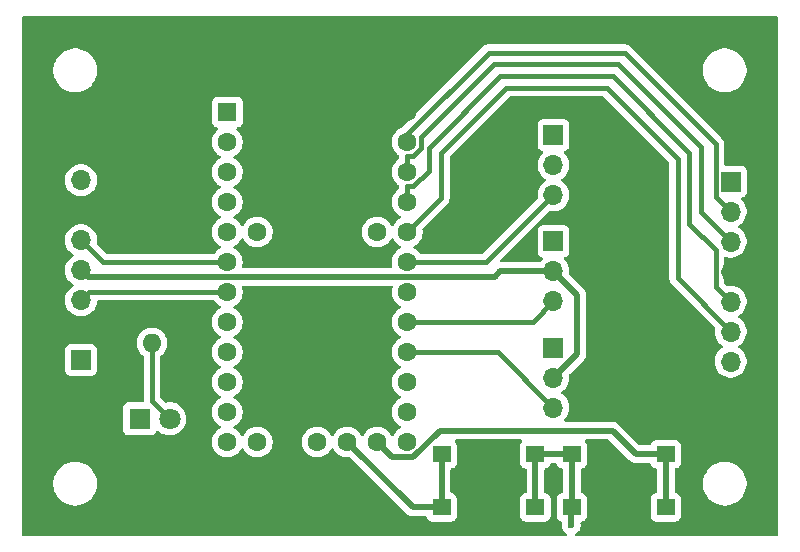
<source format=gbr>
%TF.GenerationSoftware,KiCad,Pcbnew,9.0.1*%
%TF.CreationDate,2025-05-04T20:41:54+10:00*%
%TF.ProjectId,payload_controlboard,7061796c-6f61-4645-9f63-6f6e74726f6c,rev?*%
%TF.SameCoordinates,Original*%
%TF.FileFunction,Copper,L1,Top*%
%TF.FilePolarity,Positive*%
%FSLAX46Y46*%
G04 Gerber Fmt 4.6, Leading zero omitted, Abs format (unit mm)*
G04 Created by KiCad (PCBNEW 9.0.1) date 2025-05-04 20:41:54*
%MOMM*%
%LPD*%
G01*
G04 APERTURE LIST*
%TA.AperFunction,ComponentPad*%
%ADD10R,1.700000X1.700000*%
%TD*%
%TA.AperFunction,ComponentPad*%
%ADD11O,1.700000X1.700000*%
%TD*%
%TA.AperFunction,ComponentPad*%
%ADD12C,1.600000*%
%TD*%
%TA.AperFunction,ComponentPad*%
%ADD13O,1.600000X1.600000*%
%TD*%
%TA.AperFunction,SMDPad,CuDef*%
%ADD14R,1.549908X1.400048*%
%TD*%
%TA.AperFunction,ComponentPad*%
%ADD15R,1.800000X1.800000*%
%TD*%
%TA.AperFunction,ComponentPad*%
%ADD16C,1.800000*%
%TD*%
%TA.AperFunction,ComponentPad*%
%ADD17R,1.600000X1.600000*%
%TD*%
%TA.AperFunction,ViaPad*%
%ADD18C,0.600000*%
%TD*%
%TA.AperFunction,Conductor*%
%ADD19C,0.500000*%
%TD*%
%TA.AperFunction,Conductor*%
%ADD20C,0.400000*%
%TD*%
G04 APERTURE END LIST*
D10*
%TO.P,J5,1,Pin_1*%
%TO.N,GND*%
X107500000Y-102540000D03*
D11*
%TO.P,J5,2,Pin_2*%
%TO.N,+5V*%
X107500000Y-100000000D03*
%TO.P,J5,3,Pin_3*%
%TO.N,/tracking_Sig*%
X107500000Y-97460000D03*
%TO.P,J5,4,Pin_4*%
%TO.N,/VBATT*%
X107500000Y-94920000D03*
%TO.P,J5,5,Pin_5*%
%TO.N,/slowZone_Sig*%
X107500000Y-92380000D03*
%TO.P,J5,6,Pin_6*%
%TO.N,+5V*%
X107500000Y-89840000D03*
%TO.P,J5,7,Pin_7*%
%TO.N,GND*%
X107500000Y-87300000D03*
%TD*%
D12*
%TO.P,R1,1*%
%TO.N,+5V*%
X113500000Y-90920000D03*
D13*
%TO.P,R1,2*%
%TO.N,Net-(D1-A)*%
X113500000Y-101080000D03*
%TD*%
D10*
%TO.P,J2,1,Pin_1*%
%TO.N,GND*%
X147500000Y-92475000D03*
D11*
%TO.P,J2,2,Pin_2*%
%TO.N,/VBATT*%
X147500000Y-95015000D03*
%TO.P,J2,3,Pin_3*%
%TO.N,/ServoY_Sig*%
X147500000Y-97555000D03*
%TD*%
D14*
%TO.P,SW1,1,1*%
%TO.N,GND*%
X145974998Y-115000000D03*
%TO.P,SW1,2,2*%
X145974998Y-110499998D03*
%TO.P,SW1,3,K*%
%TO.N,Net-(SW1-A)*%
X138025002Y-115000000D03*
%TO.P,SW1,4,A*%
X138025002Y-110499998D03*
%TD*%
D10*
%TO.P,J1,1,Pin_1*%
%TO.N,GND*%
X147500000Y-101475000D03*
D11*
%TO.P,J1,2,Pin_2*%
%TO.N,/VBATT*%
X147500000Y-104015000D03*
%TO.P,J1,3,Pin_3*%
%TO.N,/ServoX_Sig*%
X147500000Y-106555000D03*
%TD*%
D15*
%TO.P,D1,1,K*%
%TO.N,GND*%
X112460000Y-107500000D03*
D16*
%TO.P,D1,2,A*%
%TO.N,Net-(D1-A)*%
X115000000Y-107500000D03*
%TD*%
D14*
%TO.P,SW2,1,1*%
%TO.N,Net-(U2-PD4_ADC8_ICP1)*%
X157000000Y-115000002D03*
%TO.P,SW2,2,2*%
X157000000Y-110500000D03*
%TO.P,SW2,3,K*%
%TO.N,GND*%
X149050004Y-115000002D03*
%TO.P,SW2,4,A*%
X149050004Y-110500000D03*
%TD*%
D10*
%TO.P,J3,1,Pin_1*%
%TO.N,GND*%
X162500000Y-87420000D03*
D11*
%TO.P,J3,2,Pin_2*%
%TO.N,/S1*%
X162500000Y-89960000D03*
%TO.P,J3,3,Pin_3*%
%TO.N,/S2*%
X162500000Y-92500000D03*
%TO.P,J3,4,Pin_4*%
%TO.N,+5V*%
X162500000Y-95040000D03*
%TO.P,J3,5,Pin_5*%
%TO.N,/S3*%
X162500000Y-97580000D03*
%TO.P,J3,6,Pin_6*%
%TO.N,/S4*%
X162500000Y-100120000D03*
%TO.P,J3,7,Pin_7*%
%TO.N,GND*%
X162500000Y-102660000D03*
%TD*%
D17*
%TO.P,U2,1,GND*%
%TO.N,GND*%
X119880000Y-81530000D03*
D12*
%TO.P,U2,2,PB0_SS*%
%TO.N,unconnected-(U2-PB0_SS-Pad2)*%
X119880000Y-84070000D03*
%TO.P,U2,3,PB1_SCLK*%
%TO.N,unconnected-(U2-PB1_SCLK-Pad3)*%
X119880000Y-86610000D03*
%TO.P,U2,4,PB2_MOSI*%
%TO.N,unconnected-(U2-PB2_MOSI-Pad4)*%
X119880000Y-89150000D03*
%TO.P,U2,5,PB3_MISO*%
%TO.N,unconnected-(U2-PB3_MISO-Pad5)*%
X119880000Y-91690000D03*
%TO.P,U2,6,PB7_OC0A_OC1C_RTS*%
%TO.N,/slowZone_Sig*%
X119880000Y-94230000D03*
%TO.P,U2,7,PD0_INT0_SCL_OC0B*%
%TO.N,/tracking_Sig*%
X119880000Y-96770000D03*
%TO.P,U2,8,PD1_INT1_SDA*%
%TO.N,unconnected-(U2-PD1_INT1_SDA-Pad8)*%
X119880000Y-99310000D03*
%TO.P,U2,9,PD2_INT2_RXD1*%
%TO.N,unconnected-(U2-PD2_INT2_RXD1-Pad9)*%
X119880000Y-101850000D03*
%TO.P,U2,10,PD3_INT3_TXD1*%
%TO.N,unconnected-(U2-PD3_INT3_TXD1-Pad10)*%
X119880000Y-104390000D03*
%TO.P,U2,11,PC6_OC3A_OC4A*%
%TO.N,unconnected-(U2-PC6_OC3A_OC4A-Pad11)*%
X119880000Y-106930000D03*
%TO.P,U2,12,PC7_ICP3_OC4A*%
%TO.N,unconnected-(U2-PC7_ICP3_OC4A-Pad12)*%
X119880000Y-109470000D03*
%TO.P,U2,13,PD5_XCK1_CTS*%
%TO.N,unconnected-(U2-PD5_XCK1_CTS-Pad13)*%
X122420000Y-109470000D03*
%TO.P,U2,14,VCC*%
%TO.N,+5V*%
X124960000Y-109470000D03*
%TO.P,U2,15,GND*%
%TO.N,GND*%
X127500000Y-109470000D03*
%TO.P,U2,16,RST*%
%TO.N,Net-(SW1-A)*%
X130040000Y-109470000D03*
%TO.P,U2,17,PD4_ADC8_ICP1*%
%TO.N,Net-(U2-PD4_ADC8_ICP1)*%
X132580000Y-109470000D03*
%TO.P,U2,18,PD6_ADC9_T1_OC4D_LED*%
%TO.N,unconnected-(U2-PD6_ADC9_T1_OC4D_LED-Pad18)*%
X135120000Y-109470000D03*
%TO.P,U2,19,PD7_ADC10_T0_OC4D*%
%TO.N,unconnected-(U2-PD7_ADC10_T0_OC4D-Pad19)*%
X135120000Y-106930000D03*
%TO.P,U2,20,PB4_ADC11*%
%TO.N,unconnected-(U2-PB4_ADC11-Pad20)*%
X135120000Y-104390000D03*
%TO.P,U2,21,PB5_ADC12_OC1A_OB4B*%
%TO.N,/ServoX_Sig*%
X135120000Y-101850000D03*
%TO.P,U2,22,PB6_ADC13_OC1B_OC4B*%
%TO.N,/ServoY_Sig*%
X135120000Y-99310000D03*
%TO.P,U2,23,PF7_ADC7*%
%TO.N,unconnected-(U2-PF7_ADC7-Pad23)*%
X135120000Y-96770000D03*
%TO.P,U2,24,PF6_ADC6*%
%TO.N,/Laser_EN*%
X135120000Y-94230000D03*
%TO.P,U2,25,PF5_ADC5*%
%TO.N,/S4*%
X135120000Y-91690000D03*
%TO.P,U2,26,PF4_ADC4*%
%TO.N,/S3*%
X135120000Y-89150000D03*
%TO.P,U2,27,PF1_ADC1*%
%TO.N,/S2*%
X135120000Y-86610000D03*
%TO.P,U2,28,PF0_ADC0*%
%TO.N,/S1*%
X135120000Y-84070000D03*
%TO.P,U2,29,VCC*%
%TO.N,+5V*%
X135120000Y-81530000D03*
%TO.P,U2,30,PE6_INT6_AIN0*%
%TO.N,unconnected-(U2-PE6_INT6_AIN0-Pad30)*%
X122420000Y-91690000D03*
%TO.P,U2,31,AREF*%
%TO.N,unconnected-(U2-AREF-Pad31)*%
X132580000Y-91690000D03*
%TD*%
D10*
%TO.P,J4,1,Pin_1*%
%TO.N,GND*%
X147500000Y-83475000D03*
D11*
%TO.P,J4,2,Pin_2*%
%TO.N,unconnected-(J4-Pin_2-Pad2)*%
X147500000Y-86015000D03*
%TO.P,J4,3,Pin_3*%
%TO.N,/Laser_EN*%
X147500000Y-88555000D03*
%TD*%
D18*
%TO.N,GND*%
X149000000Y-116500000D03*
%TD*%
D19*
%TO.N,GND*%
X145974998Y-110499998D02*
X149050002Y-110499998D01*
X145974998Y-110499998D02*
X145974998Y-115000000D01*
X149000000Y-116500000D02*
X149000000Y-115050006D01*
X149050004Y-110500000D02*
X149050004Y-115000002D01*
X149050002Y-110499998D02*
X149050004Y-110500000D01*
X149000000Y-115050006D02*
X149050004Y-115000002D01*
D20*
%TO.N,/ServoX_Sig*%
X135120000Y-101850000D02*
X142795000Y-101850000D01*
X142795000Y-101850000D02*
X147500000Y-106555000D01*
D19*
%TO.N,/VBATT*%
X142520000Y-95480000D02*
X142985000Y-95015000D01*
X149500000Y-97015000D02*
X149500000Y-102015000D01*
X107500000Y-94920000D02*
X108060000Y-95480000D01*
X147500000Y-95015000D02*
X149500000Y-97015000D01*
X108060000Y-95480000D02*
X142520000Y-95480000D01*
X149500000Y-102015000D02*
X147500000Y-104015000D01*
X142985000Y-95015000D02*
X147500000Y-95015000D01*
D20*
%TO.N,/ServoY_Sig*%
X145745000Y-99310000D02*
X147500000Y-97555000D01*
X135120000Y-99310000D02*
X145745000Y-99310000D01*
%TO.N,/S2*%
X135617057Y-85270000D02*
X136320000Y-84567057D01*
X135120000Y-86610000D02*
X135120000Y-85270000D01*
X160000000Y-84500000D02*
X160000000Y-90000000D01*
X160000000Y-90000000D02*
X162500000Y-92500000D01*
X136320000Y-84567057D02*
X136320000Y-83680000D01*
X135120000Y-85270000D02*
X135617057Y-85270000D01*
X162500000Y-92000000D02*
X162500000Y-92500000D01*
X153000000Y-77500000D02*
X160000000Y-84500000D01*
X136320000Y-83680000D02*
X142500000Y-77500000D01*
X142500000Y-77500000D02*
X153000000Y-77500000D01*
%TO.N,/S4*%
X152000000Y-79500000D02*
X158000000Y-85500000D01*
X138000000Y-88810000D02*
X138000000Y-85000000D01*
X143500000Y-79500000D02*
X152000000Y-79500000D01*
X138000000Y-85000000D02*
X143500000Y-79500000D01*
X158000000Y-85500000D02*
X158000000Y-95620000D01*
X135120000Y-91690000D02*
X138000000Y-88810000D01*
X158000000Y-95620000D02*
X162500000Y-100120000D01*
%TO.N,/S3*%
X136920000Y-84580000D02*
X143000000Y-78500000D01*
X159000000Y-91000000D02*
X161250000Y-93250000D01*
X143000000Y-78500000D02*
X152500000Y-78500000D01*
X161250000Y-96330000D02*
X162500000Y-97580000D01*
X152500000Y-78500000D02*
X159000000Y-85000000D01*
X135120000Y-87810000D02*
X135617057Y-87810000D01*
X135120000Y-89150000D02*
X135120000Y-87810000D01*
X135617057Y-87810000D02*
X136920000Y-86507057D01*
X136920000Y-86507057D02*
X136920000Y-84580000D01*
X161250000Y-93250000D02*
X161250000Y-96330000D01*
X159000000Y-85000000D02*
X159000000Y-91000000D01*
%TO.N,/S1*%
X161250000Y-84230000D02*
X161250000Y-88710000D01*
X153520000Y-76500000D02*
X161250000Y-84230000D01*
X135120000Y-84070000D02*
X135120000Y-83380000D01*
X142000000Y-76500000D02*
X153520000Y-76500000D01*
X161250000Y-88710000D02*
X162500000Y-89960000D01*
X135120000Y-83380000D02*
X142000000Y-76500000D01*
%TO.N,/Laser_EN*%
X135120000Y-94230000D02*
X141825000Y-94230000D01*
X141825000Y-94230000D02*
X147500000Y-88555000D01*
%TO.N,/slowZone_Sig*%
X119880000Y-94230000D02*
X109350000Y-94230000D01*
X109350000Y-94230000D02*
X107500000Y-92380000D01*
%TO.N,/tracking_Sig*%
X119880000Y-96770000D02*
X108190000Y-96770000D01*
X108190000Y-96770000D02*
X107500000Y-97460000D01*
%TO.N,Net-(D1-A)*%
X113500000Y-101160000D02*
X113500000Y-106000000D01*
X113500000Y-106000000D02*
X115000000Y-107500000D01*
D19*
%TO.N,Net-(U2-PD4_ADC8_ICP1)*%
X152500000Y-108500000D02*
X137859182Y-108500000D01*
X135638182Y-110721000D02*
X133831000Y-110721000D01*
X154500000Y-110500000D02*
X152500000Y-108500000D01*
X157000000Y-110500000D02*
X154500000Y-110500000D01*
X133831000Y-110721000D02*
X132580000Y-109470000D01*
X137859182Y-108500000D02*
X135638182Y-110721000D01*
X157000000Y-110500000D02*
X157000000Y-115000002D01*
%TO.N,Net-(SW1-A)*%
X135570000Y-115000000D02*
X130040000Y-109470000D01*
X138025002Y-115000000D02*
X135570000Y-115000000D01*
X138025002Y-115000000D02*
X138025002Y-110499998D01*
%TD*%
%TA.AperFunction,Conductor*%
%TO.N,+5V*%
G36*
X166442539Y-73440185D02*
G01*
X166488294Y-73492989D01*
X166499500Y-73544500D01*
X166499500Y-117295500D01*
X166479815Y-117362539D01*
X166427011Y-117408294D01*
X166375500Y-117419500D01*
X149473507Y-117419500D01*
X149406468Y-117399815D01*
X149360713Y-117347011D01*
X149350769Y-117277853D01*
X149379794Y-117214297D01*
X149404616Y-117192398D01*
X149448748Y-117162909D01*
X149510289Y-117121789D01*
X149621789Y-117010289D01*
X149709394Y-116879179D01*
X149769737Y-116733497D01*
X149800500Y-116578842D01*
X149800500Y-116421158D01*
X149785499Y-116345744D01*
X149791726Y-116276155D01*
X149834588Y-116220977D01*
X149893863Y-116198264D01*
X149932441Y-116194117D01*
X150067286Y-116143823D01*
X150067285Y-116143823D01*
X150067289Y-116143822D01*
X150182504Y-116057572D01*
X150268754Y-115942357D01*
X150319049Y-115807509D01*
X150325458Y-115747899D01*
X150325457Y-114252106D01*
X150319049Y-114192495D01*
X150319048Y-114192493D01*
X150268755Y-114057649D01*
X150268751Y-114057642D01*
X150182505Y-113942433D01*
X150182502Y-113942430D01*
X150067293Y-113856184D01*
X150067286Y-113856180D01*
X149932441Y-113805886D01*
X149911247Y-113803608D01*
X149846697Y-113776870D01*
X149806849Y-113719477D01*
X149800504Y-113680319D01*
X149800504Y-111819682D01*
X149820189Y-111752643D01*
X149872993Y-111706888D01*
X149911252Y-111696392D01*
X149932441Y-111694115D01*
X150067289Y-111643820D01*
X150182504Y-111557570D01*
X150268754Y-111442355D01*
X150319049Y-111307507D01*
X150325458Y-111247897D01*
X150325457Y-109752104D01*
X150319049Y-109692493D01*
X150319048Y-109692491D01*
X150268755Y-109557647D01*
X150268751Y-109557640D01*
X150187281Y-109448811D01*
X150162863Y-109383347D01*
X150177714Y-109315074D01*
X150227119Y-109265668D01*
X150286547Y-109250500D01*
X152137770Y-109250500D01*
X152204809Y-109270185D01*
X152225451Y-109286819D01*
X153917049Y-110978416D01*
X154021584Y-111082951D01*
X154021585Y-111082952D01*
X154144498Y-111165080D01*
X154144511Y-111165087D01*
X154281082Y-111221656D01*
X154281087Y-111221658D01*
X154281091Y-111221658D01*
X154281092Y-111221659D01*
X154426079Y-111250500D01*
X154426082Y-111250500D01*
X154426083Y-111250500D01*
X154573917Y-111250500D01*
X155623597Y-111250500D01*
X155690636Y-111270185D01*
X155736391Y-111322989D01*
X155739779Y-111331167D01*
X155781248Y-111442352D01*
X155781252Y-111442359D01*
X155867498Y-111557568D01*
X155867501Y-111557571D01*
X155982710Y-111643817D01*
X155982717Y-111643821D01*
X156117562Y-111694115D01*
X156138757Y-111696394D01*
X156203307Y-111723132D01*
X156243155Y-111780525D01*
X156249500Y-111819683D01*
X156249500Y-113680319D01*
X156229815Y-113747358D01*
X156177011Y-113793113D01*
X156138753Y-113803609D01*
X156117562Y-113805886D01*
X155982717Y-113856180D01*
X155982710Y-113856184D01*
X155867501Y-113942430D01*
X155867498Y-113942433D01*
X155781252Y-114057642D01*
X155781248Y-114057649D01*
X155730954Y-114192495D01*
X155724860Y-114249184D01*
X155724547Y-114252103D01*
X155724546Y-114252113D01*
X155724546Y-115747896D01*
X155724547Y-115747902D01*
X155730954Y-115807509D01*
X155781248Y-115942354D01*
X155781252Y-115942361D01*
X155867498Y-116057570D01*
X155867501Y-116057573D01*
X155982710Y-116143819D01*
X155982717Y-116143823D01*
X156117563Y-116194117D01*
X156117562Y-116194117D01*
X156124490Y-116194861D01*
X156177173Y-116200526D01*
X157822826Y-116200525D01*
X157882437Y-116194117D01*
X158017285Y-116143822D01*
X158132500Y-116057572D01*
X158218750Y-115942357D01*
X158269045Y-115807509D01*
X158275454Y-115747899D01*
X158275453Y-114252106D01*
X158269045Y-114192495D01*
X158269044Y-114192493D01*
X158218751Y-114057649D01*
X158218747Y-114057642D01*
X158132501Y-113942433D01*
X158132498Y-113942430D01*
X158017289Y-113856184D01*
X158017282Y-113856180D01*
X157882437Y-113805886D01*
X157861243Y-113803608D01*
X157796693Y-113776870D01*
X157756845Y-113719477D01*
X157750500Y-113680319D01*
X157750500Y-112878711D01*
X160149500Y-112878711D01*
X160149500Y-113121288D01*
X160181161Y-113361785D01*
X160243947Y-113596104D01*
X160330842Y-113805886D01*
X160336776Y-113820212D01*
X160458064Y-114030289D01*
X160458066Y-114030292D01*
X160458067Y-114030293D01*
X160605733Y-114222736D01*
X160605739Y-114222743D01*
X160777256Y-114394260D01*
X160777262Y-114394265D01*
X160969711Y-114541936D01*
X161179788Y-114663224D01*
X161403900Y-114756054D01*
X161638211Y-114818838D01*
X161818586Y-114842584D01*
X161878711Y-114850500D01*
X161878712Y-114850500D01*
X162121289Y-114850500D01*
X162169388Y-114844167D01*
X162361789Y-114818838D01*
X162596100Y-114756054D01*
X162820212Y-114663224D01*
X163030289Y-114541936D01*
X163222738Y-114394265D01*
X163394265Y-114222738D01*
X163541936Y-114030289D01*
X163663224Y-113820212D01*
X163756054Y-113596100D01*
X163818838Y-113361789D01*
X163850500Y-113121288D01*
X163850500Y-112878712D01*
X163818838Y-112638211D01*
X163756054Y-112403900D01*
X163663224Y-112179788D01*
X163541936Y-111969711D01*
X163426814Y-111819681D01*
X163394266Y-111777263D01*
X163394260Y-111777256D01*
X163222743Y-111605739D01*
X163222736Y-111605733D01*
X163030293Y-111458067D01*
X163030292Y-111458066D01*
X163030289Y-111458064D01*
X162820212Y-111336776D01*
X162806666Y-111331165D01*
X162596104Y-111243947D01*
X162361785Y-111181161D01*
X162121289Y-111149500D01*
X162121288Y-111149500D01*
X161878712Y-111149500D01*
X161878711Y-111149500D01*
X161638214Y-111181161D01*
X161403895Y-111243947D01*
X161179794Y-111336773D01*
X161179790Y-111336775D01*
X161179788Y-111336776D01*
X160996395Y-111442658D01*
X160969706Y-111458067D01*
X160777263Y-111605733D01*
X160777256Y-111605739D01*
X160605739Y-111777256D01*
X160605733Y-111777263D01*
X160458067Y-111969706D01*
X160336777Y-112179785D01*
X160336773Y-112179794D01*
X160243947Y-112403895D01*
X160181161Y-112638214D01*
X160149500Y-112878711D01*
X157750500Y-112878711D01*
X157750500Y-111819682D01*
X157770185Y-111752643D01*
X157822989Y-111706888D01*
X157861248Y-111696392D01*
X157882437Y-111694115D01*
X158017285Y-111643820D01*
X158132500Y-111557570D01*
X158218750Y-111442355D01*
X158269045Y-111307507D01*
X158275454Y-111247897D01*
X158275453Y-109752104D01*
X158269045Y-109692493D01*
X158269044Y-109692491D01*
X158218751Y-109557647D01*
X158218747Y-109557640D01*
X158132501Y-109442431D01*
X158132498Y-109442428D01*
X158017289Y-109356182D01*
X158017282Y-109356178D01*
X157882436Y-109305884D01*
X157882437Y-109305884D01*
X157822837Y-109299477D01*
X157822835Y-109299476D01*
X157822827Y-109299476D01*
X157822818Y-109299476D01*
X156177175Y-109299476D01*
X156177169Y-109299477D01*
X156117562Y-109305884D01*
X155982717Y-109356178D01*
X155982710Y-109356182D01*
X155867501Y-109442428D01*
X155867498Y-109442431D01*
X155781252Y-109557640D01*
X155781248Y-109557647D01*
X155739779Y-109668833D01*
X155697908Y-109724767D01*
X155632443Y-109749184D01*
X155623597Y-109749500D01*
X154862229Y-109749500D01*
X154795190Y-109729815D01*
X154774548Y-109713181D01*
X152978421Y-107917052D01*
X152978420Y-107917051D01*
X152894444Y-107860941D01*
X152894443Y-107860940D01*
X152855500Y-107834919D01*
X152855488Y-107834912D01*
X152718917Y-107778343D01*
X152718907Y-107778340D01*
X152573920Y-107749500D01*
X152573918Y-107749500D01*
X148514758Y-107749500D01*
X148447719Y-107729815D01*
X148401964Y-107677011D01*
X148392020Y-107607853D01*
X148421045Y-107544297D01*
X148427077Y-107537819D01*
X148530104Y-107434792D01*
X148530106Y-107434788D01*
X148530109Y-107434786D01*
X148655048Y-107262820D01*
X148655047Y-107262820D01*
X148655051Y-107262816D01*
X148751557Y-107073412D01*
X148817246Y-106871243D01*
X148850500Y-106661287D01*
X148850500Y-106448713D01*
X148817246Y-106238757D01*
X148751557Y-106036588D01*
X148655051Y-105847184D01*
X148655049Y-105847181D01*
X148655048Y-105847179D01*
X148530109Y-105675213D01*
X148379786Y-105524890D01*
X148207820Y-105399951D01*
X148207115Y-105399591D01*
X148199054Y-105395485D01*
X148148259Y-105347512D01*
X148131463Y-105279692D01*
X148153999Y-105213556D01*
X148199054Y-105174515D01*
X148207816Y-105170051D01*
X148229789Y-105154086D01*
X148379786Y-105045109D01*
X148379788Y-105045106D01*
X148379792Y-105045104D01*
X148530104Y-104894792D01*
X148530106Y-104894788D01*
X148530109Y-104894786D01*
X148655048Y-104722820D01*
X148655047Y-104722820D01*
X148655051Y-104722816D01*
X148751557Y-104533412D01*
X148817246Y-104331243D01*
X148850500Y-104121287D01*
X148850500Y-103908713D01*
X148835382Y-103813267D01*
X148844336Y-103743978D01*
X148870171Y-103706194D01*
X150082951Y-102493416D01*
X150117667Y-102441459D01*
X150165084Y-102370495D01*
X150221658Y-102233913D01*
X150232668Y-102178562D01*
X150250500Y-102088920D01*
X150250500Y-96941079D01*
X150221659Y-96796092D01*
X150221658Y-96796091D01*
X150221658Y-96796087D01*
X150213564Y-96776546D01*
X150165087Y-96659511D01*
X150165080Y-96659498D01*
X150082952Y-96536585D01*
X150071257Y-96524890D01*
X149978416Y-96432049D01*
X148870174Y-95323807D01*
X148836689Y-95262484D01*
X148835382Y-95216733D01*
X148850500Y-95121287D01*
X148850500Y-94908713D01*
X148817246Y-94698757D01*
X148751557Y-94496588D01*
X148655051Y-94307184D01*
X148655049Y-94307181D01*
X148655048Y-94307179D01*
X148530109Y-94135213D01*
X148416569Y-94021673D01*
X148383084Y-93960350D01*
X148388068Y-93890658D01*
X148429940Y-93834725D01*
X148460915Y-93817810D01*
X148592331Y-93768796D01*
X148707546Y-93682546D01*
X148793796Y-93567331D01*
X148844091Y-93432483D01*
X148850500Y-93372873D01*
X148850499Y-91577128D01*
X148844091Y-91517517D01*
X148837635Y-91500208D01*
X148793797Y-91382671D01*
X148793793Y-91382664D01*
X148707547Y-91267455D01*
X148707544Y-91267452D01*
X148592335Y-91181206D01*
X148592328Y-91181202D01*
X148457482Y-91130908D01*
X148457483Y-91130908D01*
X148397883Y-91124501D01*
X148397881Y-91124500D01*
X148397873Y-91124500D01*
X148397864Y-91124500D01*
X146602129Y-91124500D01*
X146602123Y-91124501D01*
X146542516Y-91130908D01*
X146407671Y-91181202D01*
X146407664Y-91181206D01*
X146292455Y-91267452D01*
X146292452Y-91267455D01*
X146206206Y-91382664D01*
X146206202Y-91382671D01*
X146155908Y-91517517D01*
X146149501Y-91577116D01*
X146149501Y-91577123D01*
X146149500Y-91577135D01*
X146149500Y-93372870D01*
X146149501Y-93372876D01*
X146155908Y-93432483D01*
X146206202Y-93567328D01*
X146206206Y-93567335D01*
X146292452Y-93682544D01*
X146292455Y-93682547D01*
X146407664Y-93768793D01*
X146407671Y-93768797D01*
X146539082Y-93817810D01*
X146595016Y-93859681D01*
X146619433Y-93925145D01*
X146604582Y-93993418D01*
X146583431Y-94021673D01*
X146469892Y-94135212D01*
X146413097Y-94213385D01*
X146357767Y-94256051D01*
X146312779Y-94264500D01*
X143080518Y-94264500D01*
X143013479Y-94244815D01*
X142967724Y-94192011D01*
X142957780Y-94122853D01*
X142986805Y-94059297D01*
X142992837Y-94052819D01*
X145060738Y-91984918D01*
X147130150Y-89915505D01*
X147191471Y-89882022D01*
X147237227Y-89880715D01*
X147305868Y-89891586D01*
X147393713Y-89905500D01*
X147393714Y-89905500D01*
X147606286Y-89905500D01*
X147606287Y-89905500D01*
X147816243Y-89872246D01*
X148018412Y-89806557D01*
X148207816Y-89710051D01*
X148278797Y-89658481D01*
X148379786Y-89585109D01*
X148379788Y-89585106D01*
X148379792Y-89585104D01*
X148530104Y-89434792D01*
X148530106Y-89434788D01*
X148530109Y-89434786D01*
X148655048Y-89262820D01*
X148655047Y-89262820D01*
X148655051Y-89262816D01*
X148751557Y-89073412D01*
X148817246Y-88871243D01*
X148850500Y-88661287D01*
X148850500Y-88448713D01*
X148817246Y-88238757D01*
X148751557Y-88036588D01*
X148655051Y-87847184D01*
X148655049Y-87847181D01*
X148655048Y-87847179D01*
X148530109Y-87675213D01*
X148379786Y-87524890D01*
X148207820Y-87399951D01*
X148207115Y-87399591D01*
X148199054Y-87395485D01*
X148148259Y-87347512D01*
X148131463Y-87279692D01*
X148153999Y-87213556D01*
X148199054Y-87174515D01*
X148207816Y-87170051D01*
X148279164Y-87118214D01*
X148379786Y-87045109D01*
X148379788Y-87045106D01*
X148379792Y-87045104D01*
X148530104Y-86894792D01*
X148530106Y-86894788D01*
X148530109Y-86894786D01*
X148655048Y-86722820D01*
X148655047Y-86722820D01*
X148655051Y-86722816D01*
X148751557Y-86533412D01*
X148817246Y-86331243D01*
X148850500Y-86121287D01*
X148850500Y-85908713D01*
X148817246Y-85698757D01*
X148751557Y-85496588D01*
X148655051Y-85307184D01*
X148655049Y-85307181D01*
X148655048Y-85307179D01*
X148530109Y-85135213D01*
X148416569Y-85021673D01*
X148383084Y-84960350D01*
X148388068Y-84890658D01*
X148429940Y-84834725D01*
X148460915Y-84817810D01*
X148592331Y-84768796D01*
X148707546Y-84682546D01*
X148793796Y-84567331D01*
X148844091Y-84432483D01*
X148850500Y-84372873D01*
X148850499Y-82577128D01*
X148844091Y-82517517D01*
X148814240Y-82437483D01*
X148793797Y-82382671D01*
X148793793Y-82382664D01*
X148707547Y-82267455D01*
X148707544Y-82267452D01*
X148592335Y-82181206D01*
X148592328Y-82181202D01*
X148457482Y-82130908D01*
X148457483Y-82130908D01*
X148397883Y-82124501D01*
X148397881Y-82124500D01*
X148397873Y-82124500D01*
X148397864Y-82124500D01*
X146602129Y-82124500D01*
X146602123Y-82124501D01*
X146542516Y-82130908D01*
X146407671Y-82181202D01*
X146407664Y-82181206D01*
X146292455Y-82267452D01*
X146292452Y-82267455D01*
X146206206Y-82382664D01*
X146206202Y-82382671D01*
X146155908Y-82517517D01*
X146150015Y-82572335D01*
X146149501Y-82577123D01*
X146149500Y-82577135D01*
X146149500Y-84372870D01*
X146149501Y-84372876D01*
X146155908Y-84432483D01*
X146206202Y-84567328D01*
X146206206Y-84567335D01*
X146292452Y-84682544D01*
X146292455Y-84682547D01*
X146407664Y-84768793D01*
X146407671Y-84768797D01*
X146539082Y-84817810D01*
X146595016Y-84859681D01*
X146619433Y-84925145D01*
X146604582Y-84993418D01*
X146583431Y-85021673D01*
X146469889Y-85135215D01*
X146344951Y-85307179D01*
X146248444Y-85496585D01*
X146182753Y-85698760D01*
X146164317Y-85815160D01*
X146149500Y-85908713D01*
X146149500Y-86121287D01*
X146150279Y-86126204D01*
X146173037Y-86269896D01*
X146182754Y-86331243D01*
X146225407Y-86462516D01*
X146248444Y-86533414D01*
X146344951Y-86722820D01*
X146469890Y-86894786D01*
X146620213Y-87045109D01*
X146792182Y-87170050D01*
X146800946Y-87174516D01*
X146851742Y-87222491D01*
X146868536Y-87290312D01*
X146845998Y-87356447D01*
X146800946Y-87395484D01*
X146792182Y-87399949D01*
X146620213Y-87524890D01*
X146469890Y-87675213D01*
X146344951Y-87847179D01*
X146248444Y-88036585D01*
X146182753Y-88238760D01*
X146149500Y-88448713D01*
X146149500Y-88661287D01*
X146149499Y-88661287D01*
X146174284Y-88817771D01*
X146165329Y-88887064D01*
X146139492Y-88924849D01*
X141571162Y-93493181D01*
X141509839Y-93526666D01*
X141483481Y-93529500D01*
X136281744Y-93529500D01*
X136214705Y-93509815D01*
X136181425Y-93478384D01*
X136111969Y-93382784D01*
X135967213Y-93238028D01*
X135801614Y-93117715D01*
X135795006Y-93114348D01*
X135708917Y-93070483D01*
X135658123Y-93022511D01*
X135641328Y-92954690D01*
X135663865Y-92888555D01*
X135708917Y-92849516D01*
X135801610Y-92802287D01*
X135873784Y-92749850D01*
X135967213Y-92681971D01*
X135967215Y-92681968D01*
X135967219Y-92681966D01*
X136111966Y-92537219D01*
X136111968Y-92537215D01*
X136111971Y-92537213D01*
X136216228Y-92393713D01*
X136232287Y-92371610D01*
X136325220Y-92189219D01*
X136388477Y-91994534D01*
X136420500Y-91792352D01*
X136420500Y-91587648D01*
X136402013Y-91470929D01*
X136410967Y-91401636D01*
X136436802Y-91363853D01*
X138544114Y-89256543D01*
X138620775Y-89141811D01*
X138673580Y-89014328D01*
X138691379Y-88924849D01*
X138700500Y-88878996D01*
X138700500Y-85341519D01*
X138720185Y-85274480D01*
X138736819Y-85253838D01*
X143753838Y-80236819D01*
X143815161Y-80203334D01*
X143841519Y-80200500D01*
X151658481Y-80200500D01*
X151725520Y-80220185D01*
X151746162Y-80236819D01*
X157263181Y-85753837D01*
X157296666Y-85815160D01*
X157299500Y-85841518D01*
X157299500Y-95551006D01*
X157299500Y-95688994D01*
X157299500Y-95688996D01*
X157299499Y-95688996D01*
X157326418Y-95824322D01*
X157326421Y-95824332D01*
X157379222Y-95951807D01*
X157455887Y-96066545D01*
X157455888Y-96066546D01*
X161139492Y-99750149D01*
X161172977Y-99811472D01*
X161174284Y-99857227D01*
X161149500Y-100013712D01*
X161149500Y-100226286D01*
X161180543Y-100422287D01*
X161182754Y-100436243D01*
X161231189Y-100585311D01*
X161248444Y-100638414D01*
X161344951Y-100827820D01*
X161469890Y-100999786D01*
X161620213Y-101150109D01*
X161792182Y-101275050D01*
X161800946Y-101279516D01*
X161851742Y-101327491D01*
X161868536Y-101395312D01*
X161845998Y-101461447D01*
X161800946Y-101500484D01*
X161792182Y-101504949D01*
X161620213Y-101629890D01*
X161469890Y-101780213D01*
X161344951Y-101952179D01*
X161248444Y-102141585D01*
X161182753Y-102343760D01*
X161159050Y-102493416D01*
X161149500Y-102553713D01*
X161149500Y-102766287D01*
X161157863Y-102819091D01*
X161180543Y-102962287D01*
X161182754Y-102976243D01*
X161234407Y-103135215D01*
X161248444Y-103178414D01*
X161344951Y-103367820D01*
X161469890Y-103539786D01*
X161620213Y-103690109D01*
X161792179Y-103815048D01*
X161792181Y-103815049D01*
X161792184Y-103815051D01*
X161981588Y-103911557D01*
X162183757Y-103977246D01*
X162393713Y-104010500D01*
X162393714Y-104010500D01*
X162606286Y-104010500D01*
X162606287Y-104010500D01*
X162816243Y-103977246D01*
X163018412Y-103911557D01*
X163207816Y-103815051D01*
X163229789Y-103799086D01*
X163379786Y-103690109D01*
X163379788Y-103690106D01*
X163379792Y-103690104D01*
X163530104Y-103539792D01*
X163530106Y-103539788D01*
X163530109Y-103539786D01*
X163655048Y-103367820D01*
X163655047Y-103367820D01*
X163655051Y-103367816D01*
X163751557Y-103178412D01*
X163817246Y-102976243D01*
X163850500Y-102766287D01*
X163850500Y-102553713D01*
X163817246Y-102343757D01*
X163751557Y-102141588D01*
X163655051Y-101952184D01*
X163655049Y-101952181D01*
X163655048Y-101952179D01*
X163530109Y-101780213D01*
X163379786Y-101629890D01*
X163207820Y-101504951D01*
X163207115Y-101504591D01*
X163199054Y-101500485D01*
X163148259Y-101452512D01*
X163131463Y-101384692D01*
X163153999Y-101318556D01*
X163199054Y-101279515D01*
X163207816Y-101275051D01*
X163270895Y-101229222D01*
X163379786Y-101150109D01*
X163379788Y-101150106D01*
X163379792Y-101150104D01*
X163530104Y-100999792D01*
X163530106Y-100999788D01*
X163530109Y-100999786D01*
X163655048Y-100827820D01*
X163655047Y-100827820D01*
X163655051Y-100827816D01*
X163751557Y-100638412D01*
X163817246Y-100436243D01*
X163850500Y-100226287D01*
X163850500Y-100013713D01*
X163817246Y-99803757D01*
X163751557Y-99601588D01*
X163655051Y-99412184D01*
X163655049Y-99412181D01*
X163655048Y-99412179D01*
X163530109Y-99240213D01*
X163379786Y-99089890D01*
X163207820Y-98964951D01*
X163207115Y-98964591D01*
X163199054Y-98960485D01*
X163148259Y-98912512D01*
X163131463Y-98844692D01*
X163153999Y-98778556D01*
X163199054Y-98739515D01*
X163207816Y-98735051D01*
X163242230Y-98710048D01*
X163379786Y-98610109D01*
X163379788Y-98610106D01*
X163379792Y-98610104D01*
X163530104Y-98459792D01*
X163530106Y-98459788D01*
X163530109Y-98459786D01*
X163655048Y-98287820D01*
X163655047Y-98287820D01*
X163655051Y-98287816D01*
X163751557Y-98098412D01*
X163817246Y-97896243D01*
X163850500Y-97686287D01*
X163850500Y-97473713D01*
X163817246Y-97263757D01*
X163751557Y-97061588D01*
X163655051Y-96872184D01*
X163655049Y-96872181D01*
X163655048Y-96872179D01*
X163530109Y-96700213D01*
X163379786Y-96549890D01*
X163207820Y-96424951D01*
X163018414Y-96328444D01*
X163018413Y-96328443D01*
X163018412Y-96328443D01*
X162816243Y-96262754D01*
X162816241Y-96262753D01*
X162816240Y-96262753D01*
X162624066Y-96232316D01*
X162606287Y-96229500D01*
X162393713Y-96229500D01*
X162237227Y-96254284D01*
X162231802Y-96253582D01*
X162226676Y-96255495D01*
X162197520Y-96249152D01*
X162167934Y-96245329D01*
X162162330Y-96241497D01*
X162158403Y-96240643D01*
X162130149Y-96219492D01*
X161986819Y-96076162D01*
X161953334Y-96014839D01*
X161950500Y-95988481D01*
X161950500Y-93912127D01*
X161970185Y-93845088D01*
X162022989Y-93799333D01*
X162092147Y-93789389D01*
X162112813Y-93794194D01*
X162183757Y-93817246D01*
X162393713Y-93850500D01*
X162393714Y-93850500D01*
X162606286Y-93850500D01*
X162606287Y-93850500D01*
X162816243Y-93817246D01*
X163018412Y-93751557D01*
X163207816Y-93655051D01*
X163328548Y-93567335D01*
X163379786Y-93530109D01*
X163379788Y-93530106D01*
X163379792Y-93530104D01*
X163530104Y-93379792D01*
X163530106Y-93379788D01*
X163530109Y-93379786D01*
X163655048Y-93207820D01*
X163655047Y-93207820D01*
X163655051Y-93207816D01*
X163751557Y-93018412D01*
X163817246Y-92816243D01*
X163850500Y-92606287D01*
X163850500Y-92393713D01*
X163817246Y-92183757D01*
X163751557Y-91981588D01*
X163655051Y-91792184D01*
X163655049Y-91792181D01*
X163655048Y-91792179D01*
X163530109Y-91620213D01*
X163379786Y-91469890D01*
X163207820Y-91344951D01*
X163207115Y-91344591D01*
X163199054Y-91340485D01*
X163148259Y-91292512D01*
X163131463Y-91224692D01*
X163153999Y-91158556D01*
X163199054Y-91119515D01*
X163207816Y-91115051D01*
X163325568Y-91029500D01*
X163379786Y-90990109D01*
X163379788Y-90990106D01*
X163379792Y-90990104D01*
X163530104Y-90839792D01*
X163530106Y-90839788D01*
X163530109Y-90839786D01*
X163655048Y-90667820D01*
X163655047Y-90667820D01*
X163655051Y-90667816D01*
X163751557Y-90478412D01*
X163817246Y-90276243D01*
X163850500Y-90066287D01*
X163850500Y-89853713D01*
X163817246Y-89643757D01*
X163751557Y-89441588D01*
X163655051Y-89252184D01*
X163655049Y-89252181D01*
X163655048Y-89252179D01*
X163530109Y-89080213D01*
X163416569Y-88966673D01*
X163383084Y-88905350D01*
X163388068Y-88835658D01*
X163429940Y-88779725D01*
X163460915Y-88762810D01*
X163592331Y-88713796D01*
X163707546Y-88627546D01*
X163793796Y-88512331D01*
X163844091Y-88377483D01*
X163850500Y-88317873D01*
X163850499Y-86522128D01*
X163844091Y-86462517D01*
X163793796Y-86327669D01*
X163793795Y-86327668D01*
X163793793Y-86327664D01*
X163707547Y-86212455D01*
X163707544Y-86212452D01*
X163592335Y-86126206D01*
X163592328Y-86126202D01*
X163457482Y-86075908D01*
X163457483Y-86075908D01*
X163397883Y-86069501D01*
X163397881Y-86069500D01*
X163397873Y-86069500D01*
X163397865Y-86069500D01*
X162074500Y-86069500D01*
X162007461Y-86049815D01*
X161961706Y-85997011D01*
X161950500Y-85945500D01*
X161950500Y-84161007D01*
X161942445Y-84120516D01*
X161942445Y-84120514D01*
X161923580Y-84025672D01*
X161899546Y-83967648D01*
X161870777Y-83898192D01*
X161794112Y-83783454D01*
X155889369Y-77878711D01*
X160149500Y-77878711D01*
X160149500Y-78121288D01*
X160181161Y-78361785D01*
X160243947Y-78596104D01*
X160336773Y-78820205D01*
X160336776Y-78820212D01*
X160458064Y-79030289D01*
X160458066Y-79030292D01*
X160458067Y-79030293D01*
X160605733Y-79222736D01*
X160605739Y-79222743D01*
X160777256Y-79394260D01*
X160777262Y-79394265D01*
X160969711Y-79541936D01*
X161179788Y-79663224D01*
X161403900Y-79756054D01*
X161638211Y-79818838D01*
X161818586Y-79842584D01*
X161878711Y-79850500D01*
X161878712Y-79850500D01*
X162121289Y-79850500D01*
X162169388Y-79844167D01*
X162361789Y-79818838D01*
X162596100Y-79756054D01*
X162820212Y-79663224D01*
X163030289Y-79541936D01*
X163222738Y-79394265D01*
X163394265Y-79222738D01*
X163541936Y-79030289D01*
X163663224Y-78820212D01*
X163756054Y-78596100D01*
X163818838Y-78361789D01*
X163850500Y-78121288D01*
X163850500Y-77878712D01*
X163818838Y-77638211D01*
X163756054Y-77403900D01*
X163663224Y-77179788D01*
X163541936Y-76969711D01*
X163394265Y-76777262D01*
X163394260Y-76777256D01*
X163222743Y-76605739D01*
X163222736Y-76605733D01*
X163030293Y-76458067D01*
X163030292Y-76458066D01*
X163030289Y-76458064D01*
X162820212Y-76336776D01*
X162820205Y-76336773D01*
X162596104Y-76243947D01*
X162361785Y-76181161D01*
X162121289Y-76149500D01*
X162121288Y-76149500D01*
X161878712Y-76149500D01*
X161878711Y-76149500D01*
X161638214Y-76181161D01*
X161403895Y-76243947D01*
X161179794Y-76336773D01*
X161179785Y-76336777D01*
X160969706Y-76458067D01*
X160777263Y-76605733D01*
X160777256Y-76605739D01*
X160605739Y-76777256D01*
X160605733Y-76777263D01*
X160458067Y-76969706D01*
X160336777Y-77179785D01*
X160336773Y-77179794D01*
X160243947Y-77403895D01*
X160181161Y-77638214D01*
X160149500Y-77878711D01*
X155889369Y-77878711D01*
X153966546Y-75955888D01*
X153851807Y-75879222D01*
X153724332Y-75826421D01*
X153724322Y-75826418D01*
X153588996Y-75799500D01*
X153588994Y-75799500D01*
X153588993Y-75799500D01*
X141931007Y-75799500D01*
X141931003Y-75799500D01*
X141822590Y-75821065D01*
X141822589Y-75821065D01*
X141809131Y-75823742D01*
X141795673Y-75826419D01*
X141758330Y-75841887D01*
X141668190Y-75879224D01*
X141668186Y-75879226D01*
X141553462Y-75955882D01*
X141553459Y-75955884D01*
X141553457Y-75955887D01*
X134677058Y-82832283D01*
X134627700Y-82862531D01*
X134624735Y-82863494D01*
X134620783Y-82864779D01*
X134438385Y-82957715D01*
X134272786Y-83078028D01*
X134128028Y-83222786D01*
X134007715Y-83388386D01*
X133914781Y-83570776D01*
X133851522Y-83765465D01*
X133819500Y-83967648D01*
X133819500Y-84172351D01*
X133851522Y-84374534D01*
X133914781Y-84569223D01*
X134007715Y-84751613D01*
X134128028Y-84917213D01*
X134272784Y-85061969D01*
X134368384Y-85131425D01*
X134371725Y-85135757D01*
X134376703Y-85138031D01*
X134392833Y-85163130D01*
X134411051Y-85186755D01*
X134412304Y-85193428D01*
X134414477Y-85196809D01*
X134419500Y-85231744D01*
X134419500Y-85448255D01*
X134399815Y-85515294D01*
X134368385Y-85548573D01*
X134272787Y-85618028D01*
X134272782Y-85618032D01*
X134128028Y-85762786D01*
X134007715Y-85928386D01*
X133914781Y-86110776D01*
X133851522Y-86305465D01*
X133819500Y-86507648D01*
X133819500Y-86712351D01*
X133851522Y-86914534D01*
X133914781Y-87109223D01*
X133957832Y-87193713D01*
X134001640Y-87279692D01*
X134007715Y-87291613D01*
X134128028Y-87457213D01*
X134272784Y-87601969D01*
X134368384Y-87671425D01*
X134371725Y-87675757D01*
X134376703Y-87678031D01*
X134392833Y-87703130D01*
X134411051Y-87726755D01*
X134412304Y-87733428D01*
X134414477Y-87736809D01*
X134419500Y-87771744D01*
X134419500Y-87988255D01*
X134399815Y-88055294D01*
X134368385Y-88088573D01*
X134272787Y-88158028D01*
X134272782Y-88158032D01*
X134128028Y-88302786D01*
X134007715Y-88468386D01*
X133914781Y-88650776D01*
X133851522Y-88845465D01*
X133819500Y-89047648D01*
X133819500Y-89252351D01*
X133851522Y-89454534D01*
X133914781Y-89649223D01*
X134007715Y-89831613D01*
X134128028Y-89997213D01*
X134272786Y-90141971D01*
X134427749Y-90254556D01*
X134438390Y-90262287D01*
X134529840Y-90308883D01*
X134531080Y-90309515D01*
X134581876Y-90357490D01*
X134598671Y-90425311D01*
X134576134Y-90491446D01*
X134531080Y-90530485D01*
X134438386Y-90577715D01*
X134272786Y-90698028D01*
X134128028Y-90842786D01*
X134007715Y-91008386D01*
X133960485Y-91101080D01*
X133912510Y-91151876D01*
X133844689Y-91168671D01*
X133778554Y-91146134D01*
X133739515Y-91101080D01*
X133738883Y-91099840D01*
X133692287Y-91008390D01*
X133679002Y-90990104D01*
X133571971Y-90842786D01*
X133427213Y-90698028D01*
X133261613Y-90577715D01*
X133261612Y-90577714D01*
X133261610Y-90577713D01*
X133204653Y-90548691D01*
X133079223Y-90484781D01*
X132884534Y-90421522D01*
X132709995Y-90393878D01*
X132682352Y-90389500D01*
X132477648Y-90389500D01*
X132453329Y-90393351D01*
X132275465Y-90421522D01*
X132080776Y-90484781D01*
X131898386Y-90577715D01*
X131732786Y-90698028D01*
X131588028Y-90842786D01*
X131467715Y-91008386D01*
X131374781Y-91190776D01*
X131311522Y-91385465D01*
X131279500Y-91587648D01*
X131279500Y-91792351D01*
X131311522Y-91994534D01*
X131374781Y-92189223D01*
X131467715Y-92371613D01*
X131588028Y-92537213D01*
X131732786Y-92681971D01*
X131887749Y-92794556D01*
X131898390Y-92802287D01*
X131991080Y-92849515D01*
X132080776Y-92895218D01*
X132080778Y-92895218D01*
X132080781Y-92895220D01*
X132185137Y-92929127D01*
X132275465Y-92958477D01*
X132294697Y-92961523D01*
X132477648Y-92990500D01*
X132477649Y-92990500D01*
X132682351Y-92990500D01*
X132682352Y-92990500D01*
X132884534Y-92958477D01*
X133079219Y-92895220D01*
X133261610Y-92802287D01*
X133354590Y-92734732D01*
X133427213Y-92681971D01*
X133427215Y-92681968D01*
X133427219Y-92681966D01*
X133571966Y-92537219D01*
X133571968Y-92537215D01*
X133571971Y-92537213D01*
X133692284Y-92371614D01*
X133692285Y-92371613D01*
X133692287Y-92371610D01*
X133739516Y-92278917D01*
X133787489Y-92228123D01*
X133855310Y-92211328D01*
X133921445Y-92233865D01*
X133960485Y-92278919D01*
X134007715Y-92371614D01*
X134128028Y-92537213D01*
X134272786Y-92681971D01*
X134427749Y-92794556D01*
X134438390Y-92802287D01*
X134529840Y-92848883D01*
X134531080Y-92849515D01*
X134581876Y-92897490D01*
X134598671Y-92965311D01*
X134576134Y-93031446D01*
X134531080Y-93070485D01*
X134438386Y-93117715D01*
X134272786Y-93238028D01*
X134128028Y-93382786D01*
X134007715Y-93548386D01*
X133914781Y-93730776D01*
X133851522Y-93925465D01*
X133819500Y-94127648D01*
X133819500Y-94332351D01*
X133851523Y-94534535D01*
X133851524Y-94534542D01*
X133862130Y-94567183D01*
X133864125Y-94637024D01*
X133828044Y-94696857D01*
X133765343Y-94727684D01*
X133744199Y-94729500D01*
X121255801Y-94729500D01*
X121188762Y-94709815D01*
X121143007Y-94657011D01*
X121133063Y-94587853D01*
X121137870Y-94567183D01*
X121148475Y-94534542D01*
X121148475Y-94534538D01*
X121148477Y-94534534D01*
X121180500Y-94332352D01*
X121180500Y-94127648D01*
X121168648Y-94052819D01*
X121148477Y-93925465D01*
X121094871Y-93760484D01*
X121085220Y-93730781D01*
X121085218Y-93730778D01*
X121085218Y-93730776D01*
X121051503Y-93664607D01*
X120992287Y-93548390D01*
X120964261Y-93509815D01*
X120871971Y-93382786D01*
X120727213Y-93238028D01*
X120561614Y-93117715D01*
X120555006Y-93114348D01*
X120468917Y-93070483D01*
X120418123Y-93022511D01*
X120401328Y-92954690D01*
X120423865Y-92888555D01*
X120468917Y-92849516D01*
X120561610Y-92802287D01*
X120633784Y-92749850D01*
X120727213Y-92681971D01*
X120727215Y-92681968D01*
X120727219Y-92681966D01*
X120871966Y-92537219D01*
X120871968Y-92537215D01*
X120871971Y-92537213D01*
X120992284Y-92371614D01*
X120992285Y-92371613D01*
X120992287Y-92371610D01*
X121039516Y-92278917D01*
X121087489Y-92228123D01*
X121155310Y-92211328D01*
X121221445Y-92233865D01*
X121260485Y-92278919D01*
X121307715Y-92371614D01*
X121428028Y-92537213D01*
X121572786Y-92681971D01*
X121727749Y-92794556D01*
X121738390Y-92802287D01*
X121831080Y-92849515D01*
X121920776Y-92895218D01*
X121920778Y-92895218D01*
X121920781Y-92895220D01*
X122025137Y-92929127D01*
X122115465Y-92958477D01*
X122134697Y-92961523D01*
X122317648Y-92990500D01*
X122317649Y-92990500D01*
X122522351Y-92990500D01*
X122522352Y-92990500D01*
X122724534Y-92958477D01*
X122919219Y-92895220D01*
X123101610Y-92802287D01*
X123194590Y-92734732D01*
X123267213Y-92681971D01*
X123267215Y-92681968D01*
X123267219Y-92681966D01*
X123411966Y-92537219D01*
X123411968Y-92537215D01*
X123411971Y-92537213D01*
X123516228Y-92393713D01*
X123532287Y-92371610D01*
X123625220Y-92189219D01*
X123688477Y-91994534D01*
X123720500Y-91792352D01*
X123720500Y-91587648D01*
X123709392Y-91517516D01*
X123688477Y-91385465D01*
X123650133Y-91267455D01*
X123625220Y-91190781D01*
X123625218Y-91190778D01*
X123625218Y-91190776D01*
X123588908Y-91119514D01*
X123532287Y-91008390D01*
X123519002Y-90990104D01*
X123411971Y-90842786D01*
X123267213Y-90698028D01*
X123101613Y-90577715D01*
X123101612Y-90577714D01*
X123101610Y-90577713D01*
X123044653Y-90548691D01*
X122919223Y-90484781D01*
X122724534Y-90421522D01*
X122549995Y-90393878D01*
X122522352Y-90389500D01*
X122317648Y-90389500D01*
X122293329Y-90393351D01*
X122115465Y-90421522D01*
X121920776Y-90484781D01*
X121738386Y-90577715D01*
X121572786Y-90698028D01*
X121428028Y-90842786D01*
X121307715Y-91008386D01*
X121260485Y-91101080D01*
X121212510Y-91151876D01*
X121144689Y-91168671D01*
X121078554Y-91146134D01*
X121039515Y-91101080D01*
X121038883Y-91099840D01*
X120992287Y-91008390D01*
X120979002Y-90990104D01*
X120871971Y-90842786D01*
X120727213Y-90698028D01*
X120561614Y-90577715D01*
X120555006Y-90574348D01*
X120468917Y-90530483D01*
X120418123Y-90482511D01*
X120401328Y-90414690D01*
X120423865Y-90348555D01*
X120468917Y-90309516D01*
X120561610Y-90262287D01*
X120680016Y-90176261D01*
X120727213Y-90141971D01*
X120727215Y-90141968D01*
X120727219Y-90141966D01*
X120871966Y-89997219D01*
X120871968Y-89997215D01*
X120871971Y-89997213D01*
X120941709Y-89901225D01*
X120992287Y-89831610D01*
X121085220Y-89649219D01*
X121148477Y-89454534D01*
X121180500Y-89252352D01*
X121180500Y-89047648D01*
X121155066Y-88887064D01*
X121148477Y-88845465D01*
X121105694Y-88713793D01*
X121085220Y-88650781D01*
X121085218Y-88650778D01*
X121085218Y-88650776D01*
X121051503Y-88584607D01*
X120992287Y-88468390D01*
X120926240Y-88377483D01*
X120871971Y-88302786D01*
X120727213Y-88158028D01*
X120561614Y-88037715D01*
X120555006Y-88034348D01*
X120468917Y-87990483D01*
X120418123Y-87942511D01*
X120401328Y-87874690D01*
X120423865Y-87808555D01*
X120468917Y-87769516D01*
X120561610Y-87722287D01*
X120625654Y-87675757D01*
X120727213Y-87601971D01*
X120727215Y-87601968D01*
X120727219Y-87601966D01*
X120871966Y-87457219D01*
X120871968Y-87457215D01*
X120871971Y-87457213D01*
X120924732Y-87384590D01*
X120992287Y-87291610D01*
X121085220Y-87109219D01*
X121148477Y-86914534D01*
X121180500Y-86712352D01*
X121180500Y-86507648D01*
X121173352Y-86462516D01*
X121148477Y-86305465D01*
X121118255Y-86212452D01*
X121085220Y-86110781D01*
X121085218Y-86110778D01*
X121085218Y-86110776D01*
X121027251Y-85997011D01*
X120992287Y-85928390D01*
X120977991Y-85908713D01*
X120871971Y-85762786D01*
X120727213Y-85618028D01*
X120561614Y-85497715D01*
X120555006Y-85494348D01*
X120468917Y-85450483D01*
X120418123Y-85402511D01*
X120401328Y-85334690D01*
X120423865Y-85268555D01*
X120468917Y-85229516D01*
X120561610Y-85182287D01*
X120626400Y-85135215D01*
X120727213Y-85061971D01*
X120727215Y-85061968D01*
X120727219Y-85061966D01*
X120871966Y-84917219D01*
X120871968Y-84917215D01*
X120871971Y-84917213D01*
X120938604Y-84825499D01*
X120992287Y-84751610D01*
X121085220Y-84569219D01*
X121148477Y-84374534D01*
X121180500Y-84172352D01*
X121180500Y-83967648D01*
X121148477Y-83765466D01*
X121085220Y-83570781D01*
X121085218Y-83570778D01*
X121085218Y-83570776D01*
X121051503Y-83504607D01*
X120992287Y-83388390D01*
X120984556Y-83377749D01*
X120871971Y-83222786D01*
X120727219Y-83078034D01*
X120690930Y-83051669D01*
X120648264Y-82996339D01*
X120642285Y-82926726D01*
X120674890Y-82864931D01*
X120735728Y-82830573D01*
X120750562Y-82828060D01*
X120787483Y-82824091D01*
X120922328Y-82773797D01*
X120922327Y-82773797D01*
X120922331Y-82773796D01*
X121037546Y-82687546D01*
X121123796Y-82572331D01*
X121174091Y-82437483D01*
X121180500Y-82377873D01*
X121180499Y-80682128D01*
X121174091Y-80622517D01*
X121123796Y-80487669D01*
X121123795Y-80487668D01*
X121123793Y-80487664D01*
X121037547Y-80372455D01*
X121037544Y-80372452D01*
X120922335Y-80286206D01*
X120922328Y-80286202D01*
X120787482Y-80235908D01*
X120787483Y-80235908D01*
X120727883Y-80229501D01*
X120727881Y-80229500D01*
X120727873Y-80229500D01*
X120727864Y-80229500D01*
X119032129Y-80229500D01*
X119032123Y-80229501D01*
X118972516Y-80235908D01*
X118837671Y-80286202D01*
X118837664Y-80286206D01*
X118722455Y-80372452D01*
X118722452Y-80372455D01*
X118636206Y-80487664D01*
X118636202Y-80487671D01*
X118585908Y-80622517D01*
X118579501Y-80682116D01*
X118579501Y-80682123D01*
X118579500Y-80682135D01*
X118579500Y-82377870D01*
X118579501Y-82377876D01*
X118585908Y-82437483D01*
X118636202Y-82572328D01*
X118636206Y-82572335D01*
X118722452Y-82687544D01*
X118722455Y-82687547D01*
X118837664Y-82773793D01*
X118837671Y-82773797D01*
X118882618Y-82790561D01*
X118972517Y-82824091D01*
X119009441Y-82828060D01*
X119073989Y-82854796D01*
X119113838Y-82912188D01*
X119116333Y-82982013D01*
X119080681Y-83042102D01*
X119069071Y-83051666D01*
X119032784Y-83078030D01*
X118888028Y-83222786D01*
X118767715Y-83388386D01*
X118674781Y-83570776D01*
X118611522Y-83765465D01*
X118579500Y-83967648D01*
X118579500Y-84172351D01*
X118611522Y-84374534D01*
X118674781Y-84569223D01*
X118767715Y-84751613D01*
X118888028Y-84917213D01*
X119032786Y-85061971D01*
X119133600Y-85135215D01*
X119198390Y-85182287D01*
X119289840Y-85228883D01*
X119291080Y-85229515D01*
X119341876Y-85277490D01*
X119358671Y-85345311D01*
X119336134Y-85411446D01*
X119291080Y-85450485D01*
X119198386Y-85497715D01*
X119032786Y-85618028D01*
X118888028Y-85762786D01*
X118767715Y-85928386D01*
X118674781Y-86110776D01*
X118611522Y-86305465D01*
X118579500Y-86507648D01*
X118579500Y-86712351D01*
X118611522Y-86914534D01*
X118674781Y-87109223D01*
X118717832Y-87193713D01*
X118761640Y-87279692D01*
X118767715Y-87291613D01*
X118888028Y-87457213D01*
X119032786Y-87601971D01*
X119134346Y-87675757D01*
X119198390Y-87722287D01*
X119289840Y-87768883D01*
X119291080Y-87769515D01*
X119341876Y-87817490D01*
X119358671Y-87885311D01*
X119336134Y-87951446D01*
X119291080Y-87990485D01*
X119198386Y-88037715D01*
X119032786Y-88158028D01*
X118888028Y-88302786D01*
X118767715Y-88468386D01*
X118674781Y-88650776D01*
X118611522Y-88845465D01*
X118579500Y-89047648D01*
X118579500Y-89252351D01*
X118611522Y-89454534D01*
X118674781Y-89649223D01*
X118767715Y-89831613D01*
X118888028Y-89997213D01*
X119032786Y-90141971D01*
X119187749Y-90254556D01*
X119198390Y-90262287D01*
X119289840Y-90308883D01*
X119291080Y-90309515D01*
X119341876Y-90357490D01*
X119358671Y-90425311D01*
X119336134Y-90491446D01*
X119291080Y-90530485D01*
X119198386Y-90577715D01*
X119032786Y-90698028D01*
X118888028Y-90842786D01*
X118767715Y-91008386D01*
X118674781Y-91190776D01*
X118611522Y-91385465D01*
X118579500Y-91587648D01*
X118579500Y-91792351D01*
X118611522Y-91994534D01*
X118674781Y-92189223D01*
X118767715Y-92371613D01*
X118888028Y-92537213D01*
X119032786Y-92681971D01*
X119187749Y-92794556D01*
X119198390Y-92802287D01*
X119289840Y-92848883D01*
X119291080Y-92849515D01*
X119341876Y-92897490D01*
X119358671Y-92965311D01*
X119336134Y-93031446D01*
X119291080Y-93070485D01*
X119198386Y-93117715D01*
X119032786Y-93238028D01*
X118888030Y-93382784D01*
X118818575Y-93478384D01*
X118763245Y-93521051D01*
X118718256Y-93529500D01*
X109691519Y-93529500D01*
X109624480Y-93509815D01*
X109603838Y-93493181D01*
X108860507Y-92749850D01*
X108827022Y-92688527D01*
X108825715Y-92642771D01*
X108850500Y-92486286D01*
X108850500Y-92273713D01*
X108817246Y-92063760D01*
X108817246Y-92063757D01*
X108751557Y-91861588D01*
X108655051Y-91672184D01*
X108655049Y-91672181D01*
X108655048Y-91672179D01*
X108530109Y-91500213D01*
X108379786Y-91349890D01*
X108207820Y-91224951D01*
X108018414Y-91128444D01*
X108018413Y-91128443D01*
X108018412Y-91128443D01*
X107816243Y-91062754D01*
X107816241Y-91062753D01*
X107816240Y-91062753D01*
X107654957Y-91037208D01*
X107606287Y-91029500D01*
X107393713Y-91029500D01*
X107345042Y-91037208D01*
X107183760Y-91062753D01*
X106981585Y-91128444D01*
X106792179Y-91224951D01*
X106620213Y-91349890D01*
X106469890Y-91500213D01*
X106344951Y-91672179D01*
X106248444Y-91861585D01*
X106182753Y-92063760D01*
X106149500Y-92273713D01*
X106149500Y-92486286D01*
X106180493Y-92681971D01*
X106182754Y-92696243D01*
X106248143Y-92897490D01*
X106248444Y-92898414D01*
X106344951Y-93087820D01*
X106469890Y-93259786D01*
X106620213Y-93410109D01*
X106792182Y-93535050D01*
X106800946Y-93539516D01*
X106851742Y-93587491D01*
X106868536Y-93655312D01*
X106845998Y-93721447D01*
X106800946Y-93760484D01*
X106792182Y-93764949D01*
X106620213Y-93889890D01*
X106469890Y-94040213D01*
X106344951Y-94212179D01*
X106248444Y-94401585D01*
X106182753Y-94603760D01*
X106149500Y-94813713D01*
X106149500Y-95026286D01*
X106179662Y-95216726D01*
X106182754Y-95236243D01*
X106224967Y-95366162D01*
X106248444Y-95438414D01*
X106344951Y-95627820D01*
X106469890Y-95799786D01*
X106620213Y-95950109D01*
X106792182Y-96075050D01*
X106800946Y-96079516D01*
X106851742Y-96127491D01*
X106868536Y-96195312D01*
X106845998Y-96261447D01*
X106800946Y-96300484D01*
X106792182Y-96304949D01*
X106620213Y-96429890D01*
X106469890Y-96580213D01*
X106344951Y-96752179D01*
X106248444Y-96941585D01*
X106182753Y-97143760D01*
X106162882Y-97269223D01*
X106149500Y-97353713D01*
X106149500Y-97566287D01*
X106153616Y-97592275D01*
X106180493Y-97761971D01*
X106182754Y-97776243D01*
X106248143Y-97977490D01*
X106248444Y-97978414D01*
X106344951Y-98167820D01*
X106469890Y-98339786D01*
X106620213Y-98490109D01*
X106792179Y-98615048D01*
X106792181Y-98615049D01*
X106792184Y-98615051D01*
X106981588Y-98711557D01*
X107183757Y-98777246D01*
X107393713Y-98810500D01*
X107393714Y-98810500D01*
X107606286Y-98810500D01*
X107606287Y-98810500D01*
X107816243Y-98777246D01*
X108018412Y-98711557D01*
X108207816Y-98615051D01*
X108285812Y-98558384D01*
X108379786Y-98490109D01*
X108379788Y-98490106D01*
X108379792Y-98490104D01*
X108530104Y-98339792D01*
X108530106Y-98339788D01*
X108530109Y-98339786D01*
X108655048Y-98167820D01*
X108655047Y-98167820D01*
X108655051Y-98167816D01*
X108751557Y-97978412D01*
X108817246Y-97776243D01*
X108845410Y-97598422D01*
X108849104Y-97575102D01*
X108879033Y-97511967D01*
X108938345Y-97475036D01*
X108971577Y-97470500D01*
X118718256Y-97470500D01*
X118785295Y-97490185D01*
X118818575Y-97521616D01*
X118888030Y-97617215D01*
X119032786Y-97761971D01*
X119183189Y-97871243D01*
X119198390Y-97882287D01*
X119289840Y-97928883D01*
X119291080Y-97929515D01*
X119341876Y-97977490D01*
X119358671Y-98045311D01*
X119336134Y-98111446D01*
X119291080Y-98150485D01*
X119198386Y-98197715D01*
X119032786Y-98318028D01*
X118888028Y-98462786D01*
X118767715Y-98628386D01*
X118674781Y-98810776D01*
X118611522Y-99005465D01*
X118579500Y-99207648D01*
X118579500Y-99412351D01*
X118611522Y-99614534D01*
X118674781Y-99809223D01*
X118736716Y-99930775D01*
X118763620Y-99983578D01*
X118767715Y-99991613D01*
X118888028Y-100157213D01*
X119032786Y-100301971D01*
X119165493Y-100398386D01*
X119198390Y-100422287D01*
X119289840Y-100468883D01*
X119291080Y-100469515D01*
X119341876Y-100517490D01*
X119358671Y-100585311D01*
X119336134Y-100651446D01*
X119291080Y-100690485D01*
X119198386Y-100737715D01*
X119032786Y-100858028D01*
X118888028Y-101002786D01*
X118767715Y-101168386D01*
X118674781Y-101350776D01*
X118611522Y-101545465D01*
X118579500Y-101747648D01*
X118579500Y-101952351D01*
X118611522Y-102154534D01*
X118674781Y-102349223D01*
X118767715Y-102531613D01*
X118888028Y-102697213D01*
X119032786Y-102841971D01*
X119147268Y-102925145D01*
X119198390Y-102962287D01*
X119289840Y-103008883D01*
X119291080Y-103009515D01*
X119341876Y-103057490D01*
X119358671Y-103125311D01*
X119336134Y-103191446D01*
X119291080Y-103230485D01*
X119198386Y-103277715D01*
X119032786Y-103398028D01*
X118888028Y-103542786D01*
X118767715Y-103708386D01*
X118674781Y-103890776D01*
X118611522Y-104085465D01*
X118579500Y-104287648D01*
X118579500Y-104492351D01*
X118611522Y-104694534D01*
X118674781Y-104889223D01*
X118738691Y-105014653D01*
X118754207Y-105045104D01*
X118767715Y-105071613D01*
X118888028Y-105237213D01*
X119032786Y-105381971D01*
X119187749Y-105494556D01*
X119198390Y-105502287D01*
X119289840Y-105548883D01*
X119291080Y-105549515D01*
X119341876Y-105597490D01*
X119358671Y-105665311D01*
X119336134Y-105731446D01*
X119291080Y-105770485D01*
X119198386Y-105817715D01*
X119032786Y-105938028D01*
X118888028Y-106082786D01*
X118767715Y-106248386D01*
X118674781Y-106430776D01*
X118611522Y-106625465D01*
X118579500Y-106827648D01*
X118579500Y-107032351D01*
X118611522Y-107234534D01*
X118674781Y-107429223D01*
X118733415Y-107544297D01*
X118767005Y-107610221D01*
X118767715Y-107611613D01*
X118888028Y-107777213D01*
X119032786Y-107921971D01*
X119187749Y-108034556D01*
X119198390Y-108042287D01*
X119289840Y-108088883D01*
X119291080Y-108089515D01*
X119341876Y-108137490D01*
X119358671Y-108205311D01*
X119336134Y-108271446D01*
X119291080Y-108310485D01*
X119198386Y-108357715D01*
X119032786Y-108478028D01*
X118888028Y-108622786D01*
X118767715Y-108788386D01*
X118674781Y-108970776D01*
X118611522Y-109165465D01*
X118579500Y-109367648D01*
X118579500Y-109572351D01*
X118611522Y-109774534D01*
X118674781Y-109969223D01*
X118767715Y-110151613D01*
X118888028Y-110317213D01*
X119032786Y-110461971D01*
X119187749Y-110574556D01*
X119198390Y-110582287D01*
X119314607Y-110641503D01*
X119380776Y-110675218D01*
X119380778Y-110675218D01*
X119380781Y-110675220D01*
X119485137Y-110709127D01*
X119575465Y-110738477D01*
X119659564Y-110751797D01*
X119777648Y-110770500D01*
X119777649Y-110770500D01*
X119982351Y-110770500D01*
X119982352Y-110770500D01*
X120184534Y-110738477D01*
X120379219Y-110675220D01*
X120561610Y-110582287D01*
X120654590Y-110514732D01*
X120727213Y-110461971D01*
X120727215Y-110461968D01*
X120727219Y-110461966D01*
X120871966Y-110317219D01*
X120871968Y-110317215D01*
X120871971Y-110317213D01*
X120992284Y-110151614D01*
X120992285Y-110151613D01*
X120992287Y-110151610D01*
X121039516Y-110058917D01*
X121087489Y-110008123D01*
X121155310Y-109991328D01*
X121221445Y-110013865D01*
X121260485Y-110058919D01*
X121307715Y-110151614D01*
X121428028Y-110317213D01*
X121572786Y-110461971D01*
X121727749Y-110574556D01*
X121738390Y-110582287D01*
X121854607Y-110641503D01*
X121920776Y-110675218D01*
X121920778Y-110675218D01*
X121920781Y-110675220D01*
X122025137Y-110709127D01*
X122115465Y-110738477D01*
X122199564Y-110751797D01*
X122317648Y-110770500D01*
X122317649Y-110770500D01*
X122522351Y-110770500D01*
X122522352Y-110770500D01*
X122724534Y-110738477D01*
X122919219Y-110675220D01*
X123101610Y-110582287D01*
X123194590Y-110514732D01*
X123267213Y-110461971D01*
X123267215Y-110461968D01*
X123267219Y-110461966D01*
X123411966Y-110317219D01*
X123411968Y-110317215D01*
X123411971Y-110317213D01*
X123464732Y-110244590D01*
X123532287Y-110151610D01*
X123625220Y-109969219D01*
X123688477Y-109774534D01*
X123720500Y-109572352D01*
X123720500Y-109367648D01*
X123688477Y-109165466D01*
X123625220Y-108970781D01*
X123625218Y-108970778D01*
X123625218Y-108970776D01*
X123560518Y-108843797D01*
X123532287Y-108788390D01*
X123524556Y-108777749D01*
X123411971Y-108622786D01*
X123267213Y-108478028D01*
X123101613Y-108357715D01*
X123101612Y-108357714D01*
X123101610Y-108357713D01*
X123016380Y-108314286D01*
X122919223Y-108264781D01*
X122724534Y-108201522D01*
X122549995Y-108173878D01*
X122522352Y-108169500D01*
X122317648Y-108169500D01*
X122293329Y-108173351D01*
X122115465Y-108201522D01*
X121920776Y-108264781D01*
X121738386Y-108357715D01*
X121572786Y-108478028D01*
X121428028Y-108622786D01*
X121307715Y-108788386D01*
X121260485Y-108881080D01*
X121212510Y-108931876D01*
X121144689Y-108948671D01*
X121078554Y-108926134D01*
X121039515Y-108881080D01*
X121020518Y-108843797D01*
X120992287Y-108788390D01*
X120984556Y-108777749D01*
X120871971Y-108622786D01*
X120727213Y-108478028D01*
X120561614Y-108357715D01*
X120555006Y-108354348D01*
X120468917Y-108310483D01*
X120418123Y-108262511D01*
X120401328Y-108194690D01*
X120423865Y-108128555D01*
X120468917Y-108089516D01*
X120561610Y-108042287D01*
X120582770Y-108026913D01*
X120727213Y-107921971D01*
X120727215Y-107921968D01*
X120727219Y-107921966D01*
X120871966Y-107777219D01*
X120871968Y-107777215D01*
X120871971Y-107777213D01*
X120944771Y-107677011D01*
X120992287Y-107611610D01*
X121085220Y-107429219D01*
X121148477Y-107234534D01*
X121180500Y-107032352D01*
X121180500Y-106827648D01*
X121154151Y-106661287D01*
X121148477Y-106625465D01*
X121085537Y-106431758D01*
X121085220Y-106430781D01*
X121085218Y-106430778D01*
X121085218Y-106430776D01*
X121051503Y-106364607D01*
X120992287Y-106248390D01*
X120979615Y-106230948D01*
X120871971Y-106082786D01*
X120727213Y-105938028D01*
X120561614Y-105817715D01*
X120555006Y-105814348D01*
X120468917Y-105770483D01*
X120418123Y-105722511D01*
X120401328Y-105654690D01*
X120423865Y-105588555D01*
X120468917Y-105549516D01*
X120561610Y-105502287D01*
X120702465Y-105399951D01*
X120727213Y-105381971D01*
X120727215Y-105381968D01*
X120727219Y-105381966D01*
X120871966Y-105237219D01*
X120871968Y-105237215D01*
X120871971Y-105237213D01*
X120924732Y-105164590D01*
X120992287Y-105071610D01*
X121085220Y-104889219D01*
X121148477Y-104694534D01*
X121180500Y-104492352D01*
X121180500Y-104287648D01*
X121154151Y-104121287D01*
X121148477Y-104085465D01*
X121092920Y-103914480D01*
X121085220Y-103890781D01*
X121085218Y-103890778D01*
X121085218Y-103890776D01*
X121051503Y-103824607D01*
X120992287Y-103708390D01*
X120979002Y-103690104D01*
X120871971Y-103542786D01*
X120727213Y-103398028D01*
X120561614Y-103277715D01*
X120555006Y-103274348D01*
X120468917Y-103230483D01*
X120418123Y-103182511D01*
X120401328Y-103114690D01*
X120423865Y-103048555D01*
X120468917Y-103009516D01*
X120561610Y-102962287D01*
X120612732Y-102925145D01*
X120727213Y-102841971D01*
X120727215Y-102841968D01*
X120727219Y-102841966D01*
X120871966Y-102697219D01*
X120871968Y-102697215D01*
X120871971Y-102697213D01*
X120941425Y-102601616D01*
X120992287Y-102531610D01*
X121085220Y-102349219D01*
X121148477Y-102154534D01*
X121180500Y-101952352D01*
X121180500Y-101747648D01*
X121161849Y-101629890D01*
X121148477Y-101545465D01*
X121116699Y-101447664D01*
X121085220Y-101350781D01*
X121085218Y-101350778D01*
X121085218Y-101350776D01*
X121048908Y-101279514D01*
X120992287Y-101168390D01*
X120964261Y-101129815D01*
X120871971Y-101002786D01*
X120727213Y-100858028D01*
X120561614Y-100737715D01*
X120555006Y-100734348D01*
X120468917Y-100690483D01*
X120418123Y-100642511D01*
X120401328Y-100574690D01*
X120423865Y-100508555D01*
X120468917Y-100469516D01*
X120561610Y-100422287D01*
X120616147Y-100382664D01*
X120727213Y-100301971D01*
X120727215Y-100301968D01*
X120727219Y-100301966D01*
X120871966Y-100157219D01*
X120871968Y-100157215D01*
X120871971Y-100157213D01*
X120941425Y-100061616D01*
X120992287Y-99991610D01*
X121085220Y-99809219D01*
X121148477Y-99614534D01*
X121180500Y-99412352D01*
X121180500Y-99207648D01*
X121148477Y-99005466D01*
X121085220Y-98810781D01*
X121085218Y-98810778D01*
X121085218Y-98810776D01*
X121048908Y-98739514D01*
X120992287Y-98628390D01*
X120952176Y-98573181D01*
X120871971Y-98462786D01*
X120727213Y-98318028D01*
X120561614Y-98197715D01*
X120555006Y-98194348D01*
X120468917Y-98150483D01*
X120418123Y-98102511D01*
X120401328Y-98034690D01*
X120423865Y-97968555D01*
X120468917Y-97929516D01*
X120561610Y-97882287D01*
X120582770Y-97866913D01*
X120727213Y-97761971D01*
X120727215Y-97761968D01*
X120727219Y-97761966D01*
X120871966Y-97617219D01*
X120871968Y-97617215D01*
X120871971Y-97617213D01*
X120948435Y-97511967D01*
X120992287Y-97451610D01*
X121085220Y-97269219D01*
X121148477Y-97074534D01*
X121180500Y-96872352D01*
X121180500Y-96667648D01*
X121148477Y-96465466D01*
X121148476Y-96465462D01*
X121148476Y-96465461D01*
X121124873Y-96392818D01*
X121122878Y-96322977D01*
X121158958Y-96263144D01*
X121221659Y-96232316D01*
X121242804Y-96230500D01*
X133757196Y-96230500D01*
X133824235Y-96250185D01*
X133869990Y-96302989D01*
X133879934Y-96372147D01*
X133875127Y-96392818D01*
X133851523Y-96465461D01*
X133851523Y-96465464D01*
X133819500Y-96667648D01*
X133819500Y-96872351D01*
X133851522Y-97074534D01*
X133914781Y-97269223D01*
X134007715Y-97451613D01*
X134128028Y-97617213D01*
X134272786Y-97761971D01*
X134423189Y-97871243D01*
X134438390Y-97882287D01*
X134529840Y-97928883D01*
X134531080Y-97929515D01*
X134581876Y-97977490D01*
X134598671Y-98045311D01*
X134576134Y-98111446D01*
X134531080Y-98150485D01*
X134438386Y-98197715D01*
X134272786Y-98318028D01*
X134128028Y-98462786D01*
X134007715Y-98628386D01*
X133914781Y-98810776D01*
X133851522Y-99005465D01*
X133819500Y-99207648D01*
X133819500Y-99412351D01*
X133851522Y-99614534D01*
X133914781Y-99809223D01*
X133976716Y-99930775D01*
X134003620Y-99983578D01*
X134007715Y-99991613D01*
X134128028Y-100157213D01*
X134272786Y-100301971D01*
X134405493Y-100398386D01*
X134438390Y-100422287D01*
X134529840Y-100468883D01*
X134531080Y-100469515D01*
X134581876Y-100517490D01*
X134598671Y-100585311D01*
X134576134Y-100651446D01*
X134531080Y-100690485D01*
X134438386Y-100737715D01*
X134272786Y-100858028D01*
X134128028Y-101002786D01*
X134007715Y-101168386D01*
X133914781Y-101350776D01*
X133851522Y-101545465D01*
X133819500Y-101747648D01*
X133819500Y-101952351D01*
X133851522Y-102154534D01*
X133914781Y-102349223D01*
X134007715Y-102531613D01*
X134128028Y-102697213D01*
X134272786Y-102841971D01*
X134387268Y-102925145D01*
X134438390Y-102962287D01*
X134529840Y-103008883D01*
X134531080Y-103009515D01*
X134581876Y-103057490D01*
X134598671Y-103125311D01*
X134576134Y-103191446D01*
X134531080Y-103230485D01*
X134438386Y-103277715D01*
X134272786Y-103398028D01*
X134128028Y-103542786D01*
X134007715Y-103708386D01*
X133914781Y-103890776D01*
X133851522Y-104085465D01*
X133819500Y-104287648D01*
X133819500Y-104492351D01*
X133851522Y-104694534D01*
X133914781Y-104889223D01*
X133978691Y-105014653D01*
X133994207Y-105045104D01*
X134007715Y-105071613D01*
X134128028Y-105237213D01*
X134272786Y-105381971D01*
X134427749Y-105494556D01*
X134438390Y-105502287D01*
X134529840Y-105548883D01*
X134531080Y-105549515D01*
X134581876Y-105597490D01*
X134598671Y-105665311D01*
X134576134Y-105731446D01*
X134531080Y-105770485D01*
X134438386Y-105817715D01*
X134272786Y-105938028D01*
X134128028Y-106082786D01*
X134007715Y-106248386D01*
X133914781Y-106430776D01*
X133851522Y-106625465D01*
X133819500Y-106827648D01*
X133819500Y-107032351D01*
X133851522Y-107234534D01*
X133914781Y-107429223D01*
X133973415Y-107544297D01*
X134007005Y-107610221D01*
X134007715Y-107611613D01*
X134128028Y-107777213D01*
X134272786Y-107921971D01*
X134427749Y-108034556D01*
X134438390Y-108042287D01*
X134529840Y-108088883D01*
X134531080Y-108089515D01*
X134581876Y-108137490D01*
X134598671Y-108205311D01*
X134576134Y-108271446D01*
X134531080Y-108310485D01*
X134438386Y-108357715D01*
X134272786Y-108478028D01*
X134128028Y-108622786D01*
X134007715Y-108788386D01*
X133960485Y-108881080D01*
X133912510Y-108931876D01*
X133844689Y-108948671D01*
X133778554Y-108926134D01*
X133739515Y-108881080D01*
X133720518Y-108843797D01*
X133692287Y-108788390D01*
X133684556Y-108777749D01*
X133571971Y-108622786D01*
X133427213Y-108478028D01*
X133261613Y-108357715D01*
X133261612Y-108357714D01*
X133261610Y-108357713D01*
X133176380Y-108314286D01*
X133079223Y-108264781D01*
X132884534Y-108201522D01*
X132709995Y-108173878D01*
X132682352Y-108169500D01*
X132477648Y-108169500D01*
X132453329Y-108173351D01*
X132275465Y-108201522D01*
X132080776Y-108264781D01*
X131898386Y-108357715D01*
X131732786Y-108478028D01*
X131588028Y-108622786D01*
X131467715Y-108788386D01*
X131420485Y-108881080D01*
X131372510Y-108931876D01*
X131304689Y-108948671D01*
X131238554Y-108926134D01*
X131199515Y-108881080D01*
X131180518Y-108843797D01*
X131152287Y-108788390D01*
X131144556Y-108777749D01*
X131031971Y-108622786D01*
X130887213Y-108478028D01*
X130721613Y-108357715D01*
X130721612Y-108357714D01*
X130721610Y-108357713D01*
X130636380Y-108314286D01*
X130539223Y-108264781D01*
X130344534Y-108201522D01*
X130169995Y-108173878D01*
X130142352Y-108169500D01*
X129937648Y-108169500D01*
X129913329Y-108173351D01*
X129735465Y-108201522D01*
X129540776Y-108264781D01*
X129358386Y-108357715D01*
X129192786Y-108478028D01*
X129048028Y-108622786D01*
X128927715Y-108788386D01*
X128880485Y-108881080D01*
X128832510Y-108931876D01*
X128764689Y-108948671D01*
X128698554Y-108926134D01*
X128659515Y-108881080D01*
X128640518Y-108843797D01*
X128612287Y-108788390D01*
X128604556Y-108777749D01*
X128491971Y-108622786D01*
X128347213Y-108478028D01*
X128181613Y-108357715D01*
X128181612Y-108357714D01*
X128181610Y-108357713D01*
X128096380Y-108314286D01*
X127999223Y-108264781D01*
X127804534Y-108201522D01*
X127629995Y-108173878D01*
X127602352Y-108169500D01*
X127397648Y-108169500D01*
X127373329Y-108173351D01*
X127195465Y-108201522D01*
X127000776Y-108264781D01*
X126818386Y-108357715D01*
X126652786Y-108478028D01*
X126508028Y-108622786D01*
X126387715Y-108788386D01*
X126294781Y-108970776D01*
X126231522Y-109165465D01*
X126199500Y-109367648D01*
X126199500Y-109572351D01*
X126231522Y-109774534D01*
X126294781Y-109969223D01*
X126387715Y-110151613D01*
X126508028Y-110317213D01*
X126652786Y-110461971D01*
X126807749Y-110574556D01*
X126818390Y-110582287D01*
X126934607Y-110641503D01*
X127000776Y-110675218D01*
X127000778Y-110675218D01*
X127000781Y-110675220D01*
X127105137Y-110709127D01*
X127195465Y-110738477D01*
X127279564Y-110751797D01*
X127397648Y-110770500D01*
X127397649Y-110770500D01*
X127602351Y-110770500D01*
X127602352Y-110770500D01*
X127804534Y-110738477D01*
X127999219Y-110675220D01*
X128181610Y-110582287D01*
X128274590Y-110514732D01*
X128347213Y-110461971D01*
X128347215Y-110461968D01*
X128347219Y-110461966D01*
X128491966Y-110317219D01*
X128491968Y-110317215D01*
X128491971Y-110317213D01*
X128612284Y-110151614D01*
X128612285Y-110151613D01*
X128612287Y-110151610D01*
X128659516Y-110058917D01*
X128707489Y-110008123D01*
X128775310Y-109991328D01*
X128841445Y-110013865D01*
X128880485Y-110058919D01*
X128927715Y-110151614D01*
X129048028Y-110317213D01*
X129192786Y-110461971D01*
X129347749Y-110574556D01*
X129358390Y-110582287D01*
X129474607Y-110641503D01*
X129540776Y-110675218D01*
X129540778Y-110675218D01*
X129540781Y-110675220D01*
X129645137Y-110709127D01*
X129735465Y-110738477D01*
X129819564Y-110751797D01*
X129937648Y-110770500D01*
X129937649Y-110770500D01*
X130142350Y-110770500D01*
X130142352Y-110770500D01*
X130198026Y-110761681D01*
X130267318Y-110770635D01*
X130305105Y-110796473D01*
X135091586Y-115582954D01*
X135121058Y-115602645D01*
X135165270Y-115632186D01*
X135214505Y-115665084D01*
X135214506Y-115665084D01*
X135214507Y-115665085D01*
X135214509Y-115665086D01*
X135351082Y-115721656D01*
X135351087Y-115721658D01*
X135351091Y-115721658D01*
X135351092Y-115721659D01*
X135496079Y-115750500D01*
X135496082Y-115750500D01*
X135496083Y-115750500D01*
X135643917Y-115750500D01*
X136648599Y-115750500D01*
X136715638Y-115770185D01*
X136761393Y-115822989D01*
X136764781Y-115831167D01*
X136806250Y-115942352D01*
X136806254Y-115942359D01*
X136892500Y-116057568D01*
X136892503Y-116057571D01*
X137007712Y-116143817D01*
X137007719Y-116143821D01*
X137142565Y-116194115D01*
X137142564Y-116194115D01*
X137149492Y-116194859D01*
X137202175Y-116200524D01*
X138847828Y-116200523D01*
X138907439Y-116194115D01*
X139042287Y-116143820D01*
X139157502Y-116057570D01*
X139243752Y-115942355D01*
X139294047Y-115807507D01*
X139300456Y-115747897D01*
X139300455Y-114252104D01*
X139294047Y-114192493D01*
X139285222Y-114168833D01*
X139243753Y-114057647D01*
X139243749Y-114057640D01*
X139157503Y-113942431D01*
X139157500Y-113942428D01*
X139042291Y-113856182D01*
X139042284Y-113856178D01*
X138907439Y-113805884D01*
X138886245Y-113803606D01*
X138821695Y-113776868D01*
X138781847Y-113719475D01*
X138775502Y-113680317D01*
X138775502Y-111819680D01*
X138795187Y-111752641D01*
X138847991Y-111706886D01*
X138886250Y-111696390D01*
X138907439Y-111694113D01*
X139042287Y-111643818D01*
X139157502Y-111557568D01*
X139243752Y-111442353D01*
X139294047Y-111307505D01*
X139300456Y-111247895D01*
X139300455Y-109752102D01*
X139294047Y-109692491D01*
X139285222Y-109668831D01*
X139243753Y-109557645D01*
X139243752Y-109557643D01*
X139162280Y-109448811D01*
X139137863Y-109383347D01*
X139152714Y-109315074D01*
X139202119Y-109265668D01*
X139261547Y-109250500D01*
X144738453Y-109250500D01*
X144805492Y-109270185D01*
X144851247Y-109322989D01*
X144861191Y-109392147D01*
X144837720Y-109448811D01*
X144756247Y-109557643D01*
X144756246Y-109557645D01*
X144705952Y-109692491D01*
X144699545Y-109752090D01*
X144699545Y-109752099D01*
X144699544Y-109752109D01*
X144699544Y-111247892D01*
X144699545Y-111247898D01*
X144705952Y-111307505D01*
X144756246Y-111442350D01*
X144756250Y-111442357D01*
X144842496Y-111557566D01*
X144842499Y-111557569D01*
X144957708Y-111643815D01*
X144957715Y-111643819D01*
X145092560Y-111694113D01*
X145113755Y-111696392D01*
X145178305Y-111723130D01*
X145218153Y-111780523D01*
X145224498Y-111819681D01*
X145224498Y-113680317D01*
X145204813Y-113747356D01*
X145152009Y-113793111D01*
X145113751Y-113803607D01*
X145092560Y-113805884D01*
X144957715Y-113856178D01*
X144957708Y-113856182D01*
X144842499Y-113942428D01*
X144842496Y-113942431D01*
X144756250Y-114057640D01*
X144756246Y-114057647D01*
X144705952Y-114192493D01*
X144701940Y-114229815D01*
X144699545Y-114252101D01*
X144699544Y-114252111D01*
X144699544Y-115747894D01*
X144699545Y-115747900D01*
X144705952Y-115807507D01*
X144756246Y-115942352D01*
X144756250Y-115942359D01*
X144842496Y-116057568D01*
X144842499Y-116057571D01*
X144957708Y-116143817D01*
X144957715Y-116143821D01*
X145092561Y-116194115D01*
X145092560Y-116194115D01*
X145099488Y-116194859D01*
X145152171Y-116200524D01*
X146797824Y-116200523D01*
X146857435Y-116194115D01*
X146992283Y-116143820D01*
X147107498Y-116057570D01*
X147193748Y-115942355D01*
X147244043Y-115807507D01*
X147250452Y-115747897D01*
X147250451Y-114252104D01*
X147244043Y-114192493D01*
X147235218Y-114168833D01*
X147193749Y-114057647D01*
X147193745Y-114057640D01*
X147107499Y-113942431D01*
X147107496Y-113942428D01*
X146992287Y-113856182D01*
X146992280Y-113856178D01*
X146857435Y-113805884D01*
X146836241Y-113803606D01*
X146771691Y-113776868D01*
X146731843Y-113719475D01*
X146725498Y-113680317D01*
X146725498Y-111819680D01*
X146745183Y-111752641D01*
X146797987Y-111706886D01*
X146836246Y-111696390D01*
X146857435Y-111694113D01*
X146992283Y-111643818D01*
X147107498Y-111557568D01*
X147193748Y-111442353D01*
X147214735Y-111386084D01*
X147235219Y-111331165D01*
X147277090Y-111275231D01*
X147342555Y-111250814D01*
X147351401Y-111250498D01*
X147673601Y-111250498D01*
X147740640Y-111270183D01*
X147786395Y-111322987D01*
X147789783Y-111331165D01*
X147831252Y-111442352D01*
X147831256Y-111442359D01*
X147917502Y-111557568D01*
X147917505Y-111557571D01*
X148032714Y-111643817D01*
X148032721Y-111643821D01*
X148167566Y-111694115D01*
X148188761Y-111696394D01*
X148253311Y-111723132D01*
X148293159Y-111780525D01*
X148299504Y-111819683D01*
X148299504Y-113680319D01*
X148279819Y-113747358D01*
X148227015Y-113793113D01*
X148188757Y-113803609D01*
X148167566Y-113805886D01*
X148032721Y-113856180D01*
X148032714Y-113856184D01*
X147917505Y-113942430D01*
X147917502Y-113942433D01*
X147831256Y-114057642D01*
X147831252Y-114057649D01*
X147780958Y-114192495D01*
X147774864Y-114249184D01*
X147774551Y-114252103D01*
X147774550Y-114252113D01*
X147774550Y-115747896D01*
X147774551Y-115747902D01*
X147780958Y-115807509D01*
X147831252Y-115942354D01*
X147831256Y-115942361D01*
X147917502Y-116057570D01*
X147917505Y-116057573D01*
X148032714Y-116143819D01*
X148032721Y-116143823D01*
X148140465Y-116184009D01*
X148196399Y-116225880D01*
X148220816Y-116291344D01*
X148218749Y-116324382D01*
X148199500Y-116421153D01*
X148199500Y-116578846D01*
X148230261Y-116733489D01*
X148230264Y-116733501D01*
X148290602Y-116879172D01*
X148290609Y-116879185D01*
X148378210Y-117010288D01*
X148378213Y-117010292D01*
X148489707Y-117121786D01*
X148489711Y-117121789D01*
X148595384Y-117192398D01*
X148640189Y-117246010D01*
X148648896Y-117315335D01*
X148618742Y-117378363D01*
X148559298Y-117415082D01*
X148526493Y-117419500D01*
X102624500Y-117419500D01*
X102557461Y-117399815D01*
X102511706Y-117347011D01*
X102500500Y-117295500D01*
X102500500Y-112878711D01*
X105149500Y-112878711D01*
X105149500Y-113121288D01*
X105181161Y-113361785D01*
X105243947Y-113596104D01*
X105330842Y-113805886D01*
X105336776Y-113820212D01*
X105458064Y-114030289D01*
X105458066Y-114030292D01*
X105458067Y-114030293D01*
X105605733Y-114222736D01*
X105605739Y-114222743D01*
X105777256Y-114394260D01*
X105777262Y-114394265D01*
X105969711Y-114541936D01*
X106179788Y-114663224D01*
X106403900Y-114756054D01*
X106638211Y-114818838D01*
X106818586Y-114842584D01*
X106878711Y-114850500D01*
X106878712Y-114850500D01*
X107121289Y-114850500D01*
X107169388Y-114844167D01*
X107361789Y-114818838D01*
X107596100Y-114756054D01*
X107820212Y-114663224D01*
X108030289Y-114541936D01*
X108222738Y-114394265D01*
X108394265Y-114222738D01*
X108541936Y-114030289D01*
X108663224Y-113820212D01*
X108756054Y-113596100D01*
X108818838Y-113361789D01*
X108850500Y-113121288D01*
X108850500Y-112878712D01*
X108818838Y-112638211D01*
X108756054Y-112403900D01*
X108663224Y-112179788D01*
X108541936Y-111969711D01*
X108426814Y-111819681D01*
X108394266Y-111777263D01*
X108394260Y-111777256D01*
X108222743Y-111605739D01*
X108222736Y-111605733D01*
X108030293Y-111458067D01*
X108030292Y-111458066D01*
X108030289Y-111458064D01*
X107820212Y-111336776D01*
X107806666Y-111331165D01*
X107596104Y-111243947D01*
X107361785Y-111181161D01*
X107121289Y-111149500D01*
X107121288Y-111149500D01*
X106878712Y-111149500D01*
X106878711Y-111149500D01*
X106638214Y-111181161D01*
X106403895Y-111243947D01*
X106179794Y-111336773D01*
X106179790Y-111336775D01*
X106179788Y-111336776D01*
X105996395Y-111442658D01*
X105969706Y-111458067D01*
X105777263Y-111605733D01*
X105777256Y-111605739D01*
X105605739Y-111777256D01*
X105605733Y-111777263D01*
X105458067Y-111969706D01*
X105336777Y-112179785D01*
X105336773Y-112179794D01*
X105243947Y-112403895D01*
X105181161Y-112638214D01*
X105149500Y-112878711D01*
X102500500Y-112878711D01*
X102500500Y-106552135D01*
X111059500Y-106552135D01*
X111059500Y-108447870D01*
X111059501Y-108447876D01*
X111065908Y-108507483D01*
X111116202Y-108642328D01*
X111116206Y-108642335D01*
X111202452Y-108757544D01*
X111202455Y-108757547D01*
X111317664Y-108843793D01*
X111317671Y-108843797D01*
X111452517Y-108894091D01*
X111452516Y-108894091D01*
X111459444Y-108894835D01*
X111512127Y-108900500D01*
X113407872Y-108900499D01*
X113467483Y-108894091D01*
X113602331Y-108843796D01*
X113717546Y-108757546D01*
X113803796Y-108642331D01*
X113831429Y-108568243D01*
X113833601Y-108562420D01*
X113875471Y-108506486D01*
X113940936Y-108482068D01*
X114009209Y-108496919D01*
X114037464Y-108518071D01*
X114087636Y-108568243D01*
X114087641Y-108568247D01*
X114189603Y-108642326D01*
X114265978Y-108697815D01*
X114394375Y-108763237D01*
X114462393Y-108797895D01*
X114462396Y-108797896D01*
X114530156Y-108819912D01*
X114672049Y-108866015D01*
X114889778Y-108900500D01*
X114889779Y-108900500D01*
X115110221Y-108900500D01*
X115110222Y-108900500D01*
X115327951Y-108866015D01*
X115537606Y-108797895D01*
X115734022Y-108697815D01*
X115912365Y-108568242D01*
X116068242Y-108412365D01*
X116197815Y-108234022D01*
X116297895Y-108037606D01*
X116366015Y-107827951D01*
X116400500Y-107610222D01*
X116400500Y-107389778D01*
X116366015Y-107172049D01*
X116331955Y-107067221D01*
X116297896Y-106962396D01*
X116297895Y-106962393D01*
X116251449Y-106871239D01*
X116197815Y-106765978D01*
X116121753Y-106661287D01*
X116068247Y-106587641D01*
X116068243Y-106587636D01*
X115912363Y-106431756D01*
X115912358Y-106431752D01*
X115734025Y-106302187D01*
X115734024Y-106302186D01*
X115734022Y-106302185D01*
X115671096Y-106270122D01*
X115537606Y-106202104D01*
X115537603Y-106202103D01*
X115327952Y-106133985D01*
X115219086Y-106116742D01*
X115110222Y-106099500D01*
X114889778Y-106099500D01*
X114804877Y-106112946D01*
X114693527Y-106130583D01*
X114624233Y-106121628D01*
X114586448Y-106095791D01*
X114236819Y-105746162D01*
X114203334Y-105684839D01*
X114200500Y-105658481D01*
X114200500Y-102241744D01*
X114220185Y-102174705D01*
X114251615Y-102141426D01*
X114347215Y-102071969D01*
X114347215Y-102071968D01*
X114347219Y-102071966D01*
X114491966Y-101927219D01*
X114491968Y-101927215D01*
X114491971Y-101927213D01*
X114598771Y-101780213D01*
X114612287Y-101761610D01*
X114705220Y-101579219D01*
X114768477Y-101384534D01*
X114800500Y-101182352D01*
X114800500Y-100977648D01*
X114768477Y-100775466D01*
X114705220Y-100580781D01*
X114705218Y-100580778D01*
X114705218Y-100580776D01*
X114648527Y-100469515D01*
X114612287Y-100398390D01*
X114600865Y-100382669D01*
X114491971Y-100232786D01*
X114347213Y-100088028D01*
X114181613Y-99967715D01*
X114181612Y-99967714D01*
X114181610Y-99967713D01*
X114109115Y-99930775D01*
X113999223Y-99874781D01*
X113804534Y-99811522D01*
X113629995Y-99783878D01*
X113602352Y-99779500D01*
X113397648Y-99779500D01*
X113373329Y-99783351D01*
X113195465Y-99811522D01*
X113000776Y-99874781D01*
X112818386Y-99967715D01*
X112652786Y-100088028D01*
X112508028Y-100232786D01*
X112387715Y-100398386D01*
X112294781Y-100580776D01*
X112231522Y-100775465D01*
X112199500Y-100977648D01*
X112199500Y-101182351D01*
X112231522Y-101384534D01*
X112294781Y-101579223D01*
X112387715Y-101761613D01*
X112508028Y-101927213D01*
X112652784Y-102071969D01*
X112748385Y-102141426D01*
X112791051Y-102196755D01*
X112799500Y-102241744D01*
X112799500Y-105975500D01*
X112779815Y-106042539D01*
X112727011Y-106088294D01*
X112675500Y-106099500D01*
X111512129Y-106099500D01*
X111512123Y-106099501D01*
X111452516Y-106105908D01*
X111317671Y-106156202D01*
X111317664Y-106156206D01*
X111202455Y-106242452D01*
X111202452Y-106242455D01*
X111116206Y-106357664D01*
X111116202Y-106357671D01*
X111065908Y-106492517D01*
X111059501Y-106552116D01*
X111059500Y-106552135D01*
X102500500Y-106552135D01*
X102500500Y-101642135D01*
X106149500Y-101642135D01*
X106149500Y-103437870D01*
X106149501Y-103437876D01*
X106155908Y-103497483D01*
X106206202Y-103632328D01*
X106206206Y-103632335D01*
X106292452Y-103747544D01*
X106292455Y-103747547D01*
X106407664Y-103833793D01*
X106407671Y-103833797D01*
X106542517Y-103884091D01*
X106542516Y-103884091D01*
X106549444Y-103884835D01*
X106602127Y-103890500D01*
X108397872Y-103890499D01*
X108457483Y-103884091D01*
X108592331Y-103833796D01*
X108707546Y-103747546D01*
X108793796Y-103632331D01*
X108844091Y-103497483D01*
X108850500Y-103437873D01*
X108850499Y-101642128D01*
X108844091Y-101582517D01*
X108842862Y-101579223D01*
X108793797Y-101447671D01*
X108793793Y-101447664D01*
X108707547Y-101332455D01*
X108707544Y-101332452D01*
X108592335Y-101246206D01*
X108592328Y-101246202D01*
X108457482Y-101195908D01*
X108457483Y-101195908D01*
X108397883Y-101189501D01*
X108397881Y-101189500D01*
X108397873Y-101189500D01*
X108397864Y-101189500D01*
X106602129Y-101189500D01*
X106602123Y-101189501D01*
X106542516Y-101195908D01*
X106407671Y-101246202D01*
X106407664Y-101246206D01*
X106292455Y-101332452D01*
X106292452Y-101332455D01*
X106206206Y-101447664D01*
X106206202Y-101447671D01*
X106155908Y-101582517D01*
X106150815Y-101629896D01*
X106149501Y-101642123D01*
X106149500Y-101642135D01*
X102500500Y-101642135D01*
X102500500Y-87193713D01*
X106149500Y-87193713D01*
X106149500Y-87406286D01*
X106180493Y-87601971D01*
X106182754Y-87616243D01*
X106248143Y-87817490D01*
X106248444Y-87818414D01*
X106344951Y-88007820D01*
X106469890Y-88179786D01*
X106620213Y-88330109D01*
X106792179Y-88455048D01*
X106792181Y-88455049D01*
X106792184Y-88455051D01*
X106981588Y-88551557D01*
X107183757Y-88617246D01*
X107393713Y-88650500D01*
X107393714Y-88650500D01*
X107606286Y-88650500D01*
X107606287Y-88650500D01*
X107816243Y-88617246D01*
X108018412Y-88551557D01*
X108207816Y-88455051D01*
X108229789Y-88439086D01*
X108379786Y-88330109D01*
X108379788Y-88330106D01*
X108379792Y-88330104D01*
X108530104Y-88179792D01*
X108530106Y-88179788D01*
X108530109Y-88179786D01*
X108655048Y-88007820D01*
X108655047Y-88007820D01*
X108655051Y-88007816D01*
X108751557Y-87818412D01*
X108817246Y-87616243D01*
X108850500Y-87406287D01*
X108850500Y-87193713D01*
X108817246Y-86983757D01*
X108751557Y-86781588D01*
X108655051Y-86592184D01*
X108655049Y-86592181D01*
X108655048Y-86592179D01*
X108530109Y-86420213D01*
X108379786Y-86269890D01*
X108207820Y-86144951D01*
X108018414Y-86048444D01*
X108018413Y-86048443D01*
X108018412Y-86048443D01*
X107816243Y-85982754D01*
X107816241Y-85982753D01*
X107816240Y-85982753D01*
X107654957Y-85957208D01*
X107606287Y-85949500D01*
X107393713Y-85949500D01*
X107345042Y-85957208D01*
X107183760Y-85982753D01*
X106981585Y-86048444D01*
X106792179Y-86144951D01*
X106620213Y-86269890D01*
X106469890Y-86420213D01*
X106344951Y-86592179D01*
X106248444Y-86781585D01*
X106182753Y-86983760D01*
X106149500Y-87193713D01*
X102500500Y-87193713D01*
X102500500Y-77878711D01*
X105149500Y-77878711D01*
X105149500Y-78121288D01*
X105181161Y-78361785D01*
X105243947Y-78596104D01*
X105336773Y-78820205D01*
X105336776Y-78820212D01*
X105458064Y-79030289D01*
X105458066Y-79030292D01*
X105458067Y-79030293D01*
X105605733Y-79222736D01*
X105605739Y-79222743D01*
X105777256Y-79394260D01*
X105777262Y-79394265D01*
X105969711Y-79541936D01*
X106179788Y-79663224D01*
X106403900Y-79756054D01*
X106638211Y-79818838D01*
X106818586Y-79842584D01*
X106878711Y-79850500D01*
X106878712Y-79850500D01*
X107121289Y-79850500D01*
X107169388Y-79844167D01*
X107361789Y-79818838D01*
X107596100Y-79756054D01*
X107820212Y-79663224D01*
X108030289Y-79541936D01*
X108222738Y-79394265D01*
X108394265Y-79222738D01*
X108541936Y-79030289D01*
X108663224Y-78820212D01*
X108756054Y-78596100D01*
X108818838Y-78361789D01*
X108850500Y-78121288D01*
X108850500Y-77878712D01*
X108818838Y-77638211D01*
X108756054Y-77403900D01*
X108663224Y-77179788D01*
X108541936Y-76969711D01*
X108394265Y-76777262D01*
X108394260Y-76777256D01*
X108222743Y-76605739D01*
X108222736Y-76605733D01*
X108030293Y-76458067D01*
X108030292Y-76458066D01*
X108030289Y-76458064D01*
X107820212Y-76336776D01*
X107820205Y-76336773D01*
X107596104Y-76243947D01*
X107361785Y-76181161D01*
X107121289Y-76149500D01*
X107121288Y-76149500D01*
X106878712Y-76149500D01*
X106878711Y-76149500D01*
X106638214Y-76181161D01*
X106403895Y-76243947D01*
X106179794Y-76336773D01*
X106179785Y-76336777D01*
X105969706Y-76458067D01*
X105777263Y-76605733D01*
X105777256Y-76605739D01*
X105605739Y-76777256D01*
X105605733Y-76777263D01*
X105458067Y-76969706D01*
X105336777Y-77179785D01*
X105336773Y-77179794D01*
X105243947Y-77403895D01*
X105181161Y-77638214D01*
X105149500Y-77878711D01*
X102500500Y-77878711D01*
X102500500Y-73544500D01*
X102520185Y-73477461D01*
X102572989Y-73431706D01*
X102624500Y-73420500D01*
X166375500Y-73420500D01*
X166442539Y-73440185D01*
G37*
%TD.AperFunction*%
%TD*%
M02*

</source>
